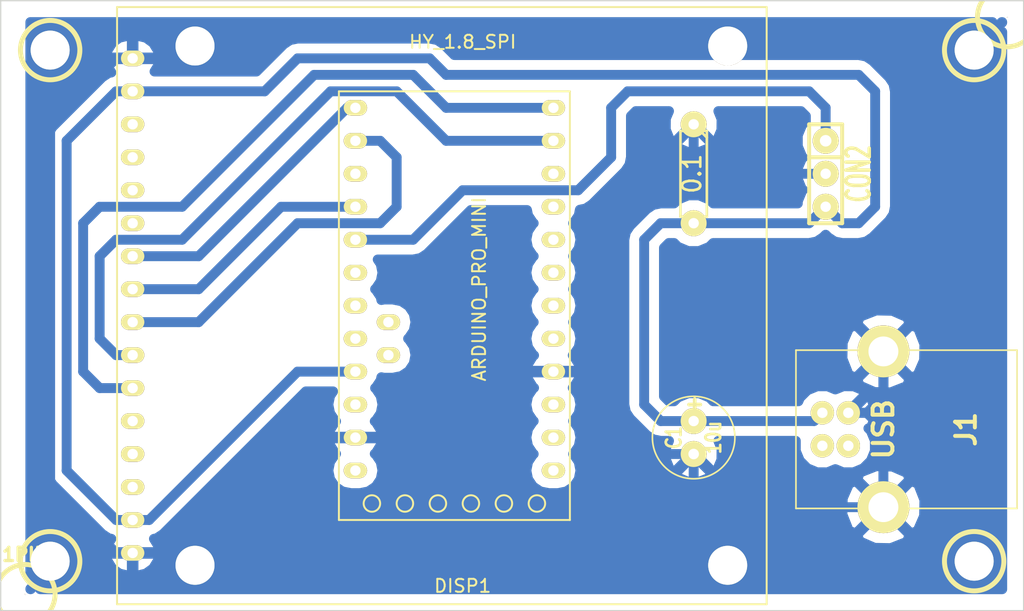
<source format=kicad_pcb>
(kicad_pcb (version 3) (host pcbnew "(2013-07-07 BZR 4022)-stable")

  (general
    (links 31)
    (no_connects 2)
    (area 94.424499 107.188 175.450501 159.258)
    (thickness 1.6)
    (drawings 4)
    (tracks 138)
    (zones 0)
    (modules 12)
    (nets 9)
  )

  (page A3)
  (layers
    (15 F.Cu signal hide)
    (0 B.Cu signal)
    (16 B.Adhes user)
    (17 F.Adhes user)
    (18 B.Paste user)
    (19 F.Paste user)
    (20 B.SilkS user)
    (21 F.SilkS user)
    (22 B.Mask user)
    (23 F.Mask user)
    (24 Dwgs.User user)
    (25 Cmts.User user)
    (26 Eco1.User user)
    (27 Eco2.User user)
    (28 Edge.Cuts user)
  )

  (setup
    (last_trace_width 0.762)
    (user_trace_width 0.254)
    (user_trace_width 0.508)
    (user_trace_width 0.762)
    (trace_clearance 0.254)
    (zone_clearance 0.762)
    (zone_45_only no)
    (trace_min 0.254)
    (segment_width 0.2)
    (edge_width 0.1)
    (via_size 0.889)
    (via_drill 0.635)
    (via_min_size 0.889)
    (via_min_drill 0.508)
    (uvia_size 0.508)
    (uvia_drill 0.127)
    (uvias_allowed no)
    (uvia_min_size 0.508)
    (uvia_min_drill 0.127)
    (pcb_text_width 0.3)
    (pcb_text_size 1.5 1.5)
    (mod_edge_width 0.15)
    (mod_text_size 1 1)
    (mod_text_width 0.15)
    (pad_size 3 3)
    (pad_drill 3)
    (pad_to_mask_clearance 0)
    (aux_axis_origin 95.25 156.845)
    (visible_elements 7FFFFFFF)
    (pcbplotparams
      (layerselection 1)
      (usegerberextensions true)
      (excludeedgelayer false)
      (linewidth 0.150000)
      (plotframeref false)
      (viasonmask false)
      (mode 1)
      (useauxorigin false)
      (hpglpennumber 1)
      (hpglpenspeed 20)
      (hpglpendiameter 15)
      (hpglpenoverlay 2)
      (psnegative false)
      (psa4output false)
      (plotreference true)
      (plotvalue true)
      (plotothertext true)
      (plotinvisibletext false)
      (padsonsilk false)
      (subtractmaskfromsilk false)
      (outputformat 1)
      (mirror false)
      (drillshape 0)
      (scaleselection 1)
      (outputdirectory gerber/))
  )

  (net 0 "")
  (net 1 +5V)
  (net 2 /CS)
  (net 3 /MOSI)
  (net 4 /SCK)
  (net 5 GND)
  (net 6 N-000001)
  (net 7 N-000002)
  (net 8 N-000003)

  (net_class Default "This is the default net class."
    (clearance 0.254)
    (trace_width 0.254)
    (via_dia 0.889)
    (via_drill 0.635)
    (uvia_dia 0.508)
    (uvia_drill 0.127)
    (add_net "")
    (add_net +5V)
    (add_net /CS)
    (add_net /MOSI)
    (add_net /SCK)
    (add_net GND)
    (add_net N-000001)
    (add_net N-000002)
    (add_net N-000003)
  )

  (module HY_1.8_SPI (layer F.Cu) (tedit 532DA8CF) (tstamp 53293F8A)
    (at 105.41 152.4)
    (path /53292DE9)
    (fp_text reference DISP1 (at 25.4 2.54) (layer F.SilkS)
      (effects (font (size 1 1) (thickness 0.15)))
    )
    (fp_text value HY_1.8_SPI (at 25.4 -39.37) (layer F.SilkS)
      (effects (font (size 1 1) (thickness 0.15)))
    )
    (fp_line (start -1.2 -42.05) (end -1.2 3.95) (layer F.SilkS) (width 0.15))
    (fp_line (start -1.2 3.95) (end 48.8 3.95) (layer F.SilkS) (width 0.15))
    (fp_line (start 48.8 3.95) (end 48.8 -42.05) (layer F.SilkS) (width 0.15))
    (fp_line (start 48.8 -42.05) (end -1.2 -42.05) (layer F.SilkS) (width 0.15))
    (pad 1 thru_hole oval (at 0 0) (size 1.8 1.2) (drill 0.8)
      (layers *.Cu *.Mask F.SilkS)
      (net 5 GND)
    )
    (pad 2 thru_hole oval (at 0 -2.54) (size 1.8 1.2) (drill 0.8)
      (layers *.Cu *.Mask F.SilkS)
      (net 1 +5V)
    )
    (pad 3 thru_hole oval (at 0 -5.08) (size 1.8 1.2) (drill 0.8)
      (layers *.Cu *.Mask F.SilkS)
    )
    (pad 4 thru_hole oval (at 0 -7.62) (size 1.8 1.2) (drill 0.8)
      (layers *.Cu *.Mask F.SilkS)
    )
    (pad 5 thru_hole oval (at 0 -10.16) (size 1.8 1.2) (drill 0.8)
      (layers *.Cu *.Mask F.SilkS)
    )
    (pad 6 thru_hole oval (at 0 -12.7) (size 1.8 1.2) (drill 0.8)
      (layers *.Cu *.Mask F.SilkS)
      (net 8 N-000003)
    )
    (pad 7 thru_hole oval (at 0 -15.24) (size 1.8 1.2) (drill 0.8)
      (layers *.Cu *.Mask F.SilkS)
      (net 7 N-000002)
    )
    (pad 8 thru_hole oval (at 0 -17.78) (size 1.8 1.2) (drill 0.8)
      (layers *.Cu *.Mask F.SilkS)
      (net 3 /MOSI)
    )
    (pad 9 thru_hole oval (at 0 -20.32) (size 1.8 1.2) (drill 0.8)
      (layers *.Cu *.Mask F.SilkS)
      (net 4 /SCK)
    )
    (pad 10 thru_hole oval (at 0 -22.86) (size 1.8 1.2) (drill 0.8)
      (layers *.Cu *.Mask F.SilkS)
      (net 2 /CS)
    )
    (pad 11 thru_hole oval (at 0 -25.4) (size 1.8 1.2) (drill 0.8)
      (layers *.Cu *.Mask F.SilkS)
    )
    (pad 12 thru_hole oval (at 0 -27.94) (size 1.8 1.2) (drill 0.8)
      (layers *.Cu *.Mask F.SilkS)
    )
    (pad 13 thru_hole oval (at 0 -30.48) (size 1.8 1.2) (drill 0.8)
      (layers *.Cu *.Mask F.SilkS)
    )
    (pad 14 thru_hole oval (at 0 -33.02) (size 1.8 1.2) (drill 0.8)
      (layers *.Cu *.Mask F.SilkS)
    )
    (pad 15 thru_hole oval (at 0 -35.56) (size 1.8 1.2) (drill 0.8)
      (layers *.Cu *.Mask F.SilkS)
      (net 1 +5V)
    )
    (pad 16 thru_hole oval (at 0 -38.1) (size 1.8 1.2) (drill 0.8)
      (layers *.Cu *.Mask F.SilkS)
      (net 5 GND)
    )
    (pad "" thru_hole circle (at 4.8 -39.05) (size 3 3) (drill 3)
      (layers *.Cu *.Mask F.SilkS)
      (net 5 GND)
      (zone_connect 2)
    )
    (pad "" thru_hole circle (at 45.8 -39.05) (size 3 3) (drill 3)
      (layers *.Cu *.Mask F.SilkS)
      (net 5 GND)
      (zone_connect 2)
    )
    (pad "" thru_hole circle (at 4.8 0.95) (size 3 3) (drill 3)
      (layers *.Cu *.Mask F.SilkS)
      (net 5 GND)
      (zone_connect 2)
    )
    (pad "" thru_hole circle (at 45.8 0.95) (size 3 3) (drill 3)
      (layers *.Cu *.Mask F.SilkS)
      (net 5 GND)
      (zone_connect 2)
    )
  )

  (module USB_B (layer F.Cu) (tedit 532D0D13) (tstamp 532D797D)
    (at 163.195 142.875 90)
    (tags USB)
    (path /532CF0D2)
    (fp_text reference J1 (at 0 6.35 90) (layer F.SilkS)
      (effects (font (size 1.524 1.524) (thickness 0.3048)))
    )
    (fp_text value USB (at 0 0 90) (layer F.SilkS)
      (effects (font (size 1.524 1.524) (thickness 0.3048)))
    )
    (fp_line (start -6.096 10.287) (end 6.096 10.287) (layer F.SilkS) (width 0.127))
    (fp_line (start 6.096 10.287) (end 6.096 -6.731) (layer F.SilkS) (width 0.127))
    (fp_line (start 6.096 -6.731) (end -6.096 -6.731) (layer F.SilkS) (width 0.127))
    (fp_line (start -6.096 -6.731) (end -6.096 10.287) (layer F.SilkS) (width 0.127))
    (pad 1 thru_hole circle (at 1.27 -4.699 90) (size 1.8 1.8) (drill 0.8)
      (layers *.Cu *.Mask F.SilkS)
      (net 1 +5V)
    )
    (pad 2 thru_hole circle (at -1.27 -4.699 90) (size 1.8 1.8) (drill 0.8)
      (layers *.Cu *.Mask F.SilkS)
    )
    (pad 3 thru_hole circle (at -1.27 -2.70002 90) (size 1.8 1.8) (drill 0.8)
      (layers *.Cu *.Mask F.SilkS)
    )
    (pad 4 thru_hole circle (at 1.27 -2.70002 90) (size 1.8 1.8) (drill 0.8)
      (layers *.Cu *.Mask F.SilkS)
      (net 5 GND)
    )
    (pad 5 thru_hole circle (at 5.99948 0 90) (size 4 4) (drill 2.30124)
      (layers *.Cu *.Mask F.SilkS)
      (net 5 GND)
    )
    (pad 6 thru_hole circle (at -5.99948 0 90) (size 4 4) (drill 2.30124)
      (layers *.Cu *.Mask F.SilkS)
      (net 5 GND)
    )
    (model connectors/USB_type_B.wrl
      (at (xyz 0 0 0.001))
      (scale (xyz 0.3937 0.3937 0.3937))
      (rotate (xyz 0 0 0))
    )
  )

  (module ARDUINO_PRO_MINI (layer F.Cu) (tedit 532D076C) (tstamp 532943DF)
    (at 130.175 133.35 90)
    (path /53292522)
    (fp_text reference U1 (at 0 0 90) (layer F.SilkS) hide
      (effects (font (size 1 1) (thickness 0.15)))
    )
    (fp_text value ARDUINO_PRO_MINI (at 1.27 1.905 90) (layer F.SilkS)
      (effects (font (size 1 1) (thickness 0.15)))
    )
    (fp_circle (center -15.24 6.35) (end -15.24 6.985) (layer F.SilkS) (width 0.15))
    (fp_circle (center -15.24 3.81) (end -15.24 4.445) (layer F.SilkS) (width 0.15))
    (fp_circle (center -15.24 1.27) (end -15.24 1.905) (layer F.SilkS) (width 0.15))
    (fp_circle (center -15.24 -1.27) (end -15.24 -0.635) (layer F.SilkS) (width 0.15))
    (fp_circle (center -15.24 -3.81) (end -15.24 -3.175) (layer F.SilkS) (width 0.15))
    (fp_circle (center -15.24 -6.35) (end -15.24 -5.715) (layer F.SilkS) (width 0.15))
    (fp_line (start -16.51 -8.89) (end -16.51 8.89) (layer F.SilkS) (width 0.15))
    (fp_line (start -16.51 8.89) (end 16.51 8.89) (layer F.SilkS) (width 0.15))
    (fp_line (start 16.51 8.89) (end 16.51 -8.89) (layer F.SilkS) (width 0.15))
    (fp_line (start 16.51 -8.89) (end -16.51 -8.89) (layer F.SilkS) (width 0.15))
    (pad 1 thru_hole oval (at -12.7 7.62 90) (size 1.2 1.8) (drill 0.8)
      (layers *.Cu *.Mask F.SilkS)
    )
    (pad 2 thru_hole oval (at -10.16 7.62 90) (size 1.2 1.8) (drill 0.8)
      (layers *.Cu *.Mask F.SilkS)
    )
    (pad 3 thru_hole oval (at -7.62 7.62 90) (size 1.2 1.8) (drill 0.8)
      (layers *.Cu *.Mask F.SilkS)
    )
    (pad 4 thru_hole oval (at -5.08 7.62 90) (size 1.2 1.8) (drill 0.8)
      (layers *.Cu *.Mask F.SilkS)
      (net 5 GND)
    )
    (pad 5 thru_hole oval (at -2.54 7.62 90) (size 1.2 1.8) (drill 0.8)
      (layers *.Cu *.Mask F.SilkS)
    )
    (pad 6 thru_hole oval (at 0 7.62 90) (size 1.2 1.8) (drill 0.8)
      (layers *.Cu *.Mask F.SilkS)
    )
    (pad 7 thru_hole oval (at 2.54 7.62 90) (size 1.2 1.8) (drill 0.8)
      (layers *.Cu *.Mask F.SilkS)
    )
    (pad 8 thru_hole oval (at 5.08 7.62 90) (size 1.2 1.8) (drill 0.8)
      (layers *.Cu *.Mask F.SilkS)
    )
    (pad 9 thru_hole oval (at 7.62 7.62 90) (size 1.2 1.8) (drill 0.8)
      (layers *.Cu *.Mask F.SilkS)
    )
    (pad 10 thru_hole oval (at 10.16 7.62 90) (size 1.2 1.8) (drill 0.8)
      (layers *.Cu *.Mask F.SilkS)
    )
    (pad 11 thru_hole oval (at 12.7 7.62 90) (size 1.2 1.8) (drill 0.8)
      (layers *.Cu *.Mask F.SilkS)
      (net 7 N-000002)
    )
    (pad 12 thru_hole oval (at 15.24 7.62 90) (size 1.2 1.8) (drill 0.8)
      (layers *.Cu *.Mask F.SilkS)
      (net 8 N-000003)
    )
    (pad 13 thru_hole oval (at 15.24 -7.62 90) (size 1.2 1.8) (drill 0.8)
      (layers *.Cu *.Mask F.SilkS)
      (net 2 /CS)
    )
    (pad 14 thru_hole oval (at 12.7 -7.62 90) (size 1.2 1.8) (drill 0.8)
      (layers *.Cu *.Mask F.SilkS)
      (net 3 /MOSI)
    )
    (pad 15 thru_hole oval (at 10.16 -7.62 90) (size 1.2 1.8) (drill 0.8)
      (layers *.Cu *.Mask F.SilkS)
    )
    (pad 16 thru_hole oval (at 7.62 -7.62 90) (size 1.2 1.8) (drill 0.8)
      (layers *.Cu *.Mask F.SilkS)
      (net 4 /SCK)
    )
    (pad 17 thru_hole oval (at 5.08 -7.62 90) (size 1.2 1.8) (drill 0.8)
      (layers *.Cu *.Mask F.SilkS)
      (net 6 N-000001)
    )
    (pad 18 thru_hole oval (at 2.54 -7.62 90) (size 1.2 1.8) (drill 0.8)
      (layers *.Cu *.Mask F.SilkS)
    )
    (pad 19 thru_hole oval (at 0 -7.62 90) (size 1.2 1.8) (drill 0.8)
      (layers *.Cu *.Mask F.SilkS)
    )
    (pad 20 thru_hole oval (at -2.54 -7.62 90) (size 1.2 1.8) (drill 0.8)
      (layers *.Cu *.Mask F.SilkS)
    )
    (pad 21 thru_hole oval (at -5.08 -7.62 90) (size 1.2 1.8) (drill 0.8)
      (layers *.Cu *.Mask F.SilkS)
      (net 1 +5V)
    )
    (pad 22 thru_hole oval (at -7.62 -7.62 90) (size 1.2 1.8) (drill 0.8)
      (layers *.Cu *.Mask F.SilkS)
    )
    (pad 23 thru_hole oval (at -10.16 -7.62 90) (size 1.2 1.8) (drill 0.8)
      (layers *.Cu *.Mask F.SilkS)
      (net 5 GND)
    )
    (pad 24 thru_hole oval (at -12.7 -7.62 90) (size 1.2 1.8) (drill 0.8)
      (layers *.Cu *.Mask F.SilkS)
    )
    (pad 25 thru_hole oval (at -1.27 -5.08 90) (size 1.2 1.8) (drill 0.8)
      (layers *.Cu *.Mask F.SilkS)
    )
    (pad 26 thru_hole oval (at -3.81 -5.08 90) (size 1.2 1.8) (drill 0.8)
      (layers *.Cu *.Mask F.SilkS)
    )
  )

  (module C1V7 (layer F.Cu) (tedit 532D08A0) (tstamp 532C2403)
    (at 148.59 143.51 270)
    (path /532BC1E8)
    (fp_text reference C1 (at 0 1.524 270) (layer F.SilkS)
      (effects (font (size 1.143 0.889) (thickness 0.2032)))
    )
    (fp_text value 10u (at 0 -1.524 270) (layer F.SilkS)
      (effects (font (size 1.143 0.889) (thickness 0.2032)))
    )
    (fp_text user + (at -2.54 0 270) (layer F.SilkS)
      (effects (font (size 1.143 1.143) (thickness 0.3048)))
    )
    (fp_circle (center 0 0) (end 3.175 0) (layer F.SilkS) (width 0.127))
    (pad 1 thru_hole circle (at -1.27 0 270) (size 2 2) (drill 0.8)
      (layers *.Cu *.Mask F.SilkS)
      (net 1 +5V)
    )
    (pad 2 thru_hole circle (at 1.27 0 270) (size 2 2) (drill 0.8128)
      (layers *.Cu *.Mask F.SilkS)
      (net 5 GND)
    )
    (model discret/c_vert_c1v7.wrl
      (at (xyz 0 0 0))
      (scale (xyz 1 1 1))
      (rotate (xyz 0 0 0))
    )
  )

  (module SIL-3 (layer F.Cu) (tedit 532D085F) (tstamp 532C240F)
    (at 158.75 123.19 270)
    (descr "Connecteur 3 pins")
    (tags "CONN DEV")
    (path /532BC03F)
    (fp_text reference CON2 (at 0 -2.54 270) (layer F.SilkS)
      (effects (font (size 1.7907 1.07696) (thickness 0.3048)))
    )
    (fp_text value GP2Y0A21 (at 0 -2.54 270) (layer F.SilkS) hide
      (effects (font (size 1.524 1.016) (thickness 0.3048)))
    )
    (fp_line (start -3.81 1.27) (end -3.81 -1.27) (layer F.SilkS) (width 0.3048))
    (fp_line (start -3.81 -1.27) (end 3.81 -1.27) (layer F.SilkS) (width 0.3048))
    (fp_line (start 3.81 -1.27) (end 3.81 1.27) (layer F.SilkS) (width 0.3048))
    (fp_line (start 3.81 1.27) (end -3.81 1.27) (layer F.SilkS) (width 0.3048))
    (fp_line (start -1.27 -1.27) (end -1.27 1.27) (layer F.SilkS) (width 0.3048))
    (pad 1 thru_hole circle (at -2.54 0 270) (size 2 2) (drill 0.89)
      (layers *.Cu *.Mask F.SilkS)
      (net 6 N-000001)
    )
    (pad 2 thru_hole circle (at 0 0 270) (size 2 2) (drill 0.8)
      (layers *.Cu *.Mask F.SilkS)
      (net 5 GND)
    )
    (pad 3 thru_hole circle (at 2.54 0 270) (size 2 2) (drill 0.8)
      (layers *.Cu *.Mask F.SilkS)
      (net 1 +5V)
    )
  )

  (module R3 (layer F.Cu) (tedit 532D0872) (tstamp 532CFBE0)
    (at 148.59 123.19 270)
    (descr "Resitance 3 pas")
    (tags R)
    (path /532CF56B)
    (autoplace_cost180 10)
    (fp_text reference C2 (at 0 0.127 270) (layer F.SilkS) hide
      (effects (font (size 1.397 1.27) (thickness 0.2032)))
    )
    (fp_text value 0.1 (at 0 0.127 270) (layer F.SilkS)
      (effects (font (size 1.397 1.27) (thickness 0.2032)))
    )
    (fp_line (start -3.81 0) (end -3.302 0) (layer F.SilkS) (width 0.2032))
    (fp_line (start 3.81 0) (end 3.302 0) (layer F.SilkS) (width 0.2032))
    (fp_line (start 3.302 0) (end 3.302 -1.016) (layer F.SilkS) (width 0.2032))
    (fp_line (start 3.302 -1.016) (end -3.302 -1.016) (layer F.SilkS) (width 0.2032))
    (fp_line (start -3.302 -1.016) (end -3.302 1.016) (layer F.SilkS) (width 0.2032))
    (fp_line (start -3.302 1.016) (end 3.302 1.016) (layer F.SilkS) (width 0.2032))
    (fp_line (start 3.302 1.016) (end 3.302 0) (layer F.SilkS) (width 0.2032))
    (fp_line (start -3.302 -0.508) (end -2.794 -1.016) (layer F.SilkS) (width 0.2032))
    (pad 1 thru_hole circle (at -3.81 0 270) (size 2 2) (drill 0.8)
      (layers *.Cu *.Mask F.SilkS)
      (net 5 GND)
    )
    (pad 2 thru_hole circle (at 3.81 0 270) (size 2 2) (drill 0.8)
      (layers *.Cu *.Mask F.SilkS)
      (net 1 +5V)
    )
    (model discret/resistor.wrl
      (at (xyz 0 0 0))
      (scale (xyz 0.3 0.3 0.3))
      (rotate (xyz 0 0 0))
    )
  )

  (module 1pin (layer F.Cu) (tedit 532DA8A0) (tstamp 532D544A)
    (at 170.18 153.035)
    (descr "module 1 pin (ou trou mecanique de percage)")
    (tags DEV)
    (path 1pin)
    (fp_text reference 1PIN (at 0 -3.048) (layer F.SilkS) hide
      (effects (font (size 1.016 1.016) (thickness 0.254)))
    )
    (fp_text value P*** (at 0 2.794) (layer F.SilkS) hide
      (effects (font (size 1.016 1.016) (thickness 0.254)))
    )
    (fp_circle (center 0 0) (end 0 -2.286) (layer F.SilkS) (width 0.381))
    (pad 1 thru_hole circle (at 0 0) (size 3 3) (drill 3)
      (layers *.Cu *.Mask F.SilkS)
      (net 5 GND)
      (zone_connect 2)
    )
  )

  (module 1pin (layer F.Cu) (tedit 532DA8AE) (tstamp 532D5456)
    (at 99.06 153.035)
    (descr "module 1 pin (ou trou mecanique de percage)")
    (tags DEV)
    (path 1pin)
    (fp_text reference 1PIN (at 0 -3.048) (layer F.SilkS) hide
      (effects (font (size 1.016 1.016) (thickness 0.254)))
    )
    (fp_text value P*** (at 0 2.794) (layer F.SilkS) hide
      (effects (font (size 1.016 1.016) (thickness 0.254)))
    )
    (fp_circle (center 0 0) (end 0 -2.286) (layer F.SilkS) (width 0.381))
    (pad 1 thru_hole circle (at 0 0) (size 3 3) (drill 3)
      (layers *.Cu *.Mask F.SilkS)
      (net 5 GND)
      (zone_connect 2)
    )
  )

  (module 1pin (layer F.Cu) (tedit 532DA8C3) (tstamp 532D5461)
    (at 99.06 113.665)
    (descr "module 1 pin (ou trou mecanique de percage)")
    (tags DEV)
    (path 1pin)
    (fp_text reference 1PIN (at 0 -3.048) (layer F.SilkS) hide
      (effects (font (size 1.016 1.016) (thickness 0.254)))
    )
    (fp_text value P*** (at 0 2.794) (layer F.SilkS) hide
      (effects (font (size 1.016 1.016) (thickness 0.254)))
    )
    (fp_circle (center 0 0) (end 0 -2.286) (layer F.SilkS) (width 0.381))
    (pad 1 thru_hole circle (at 0 0) (size 3 3) (drill 3)
      (layers *.Cu *.Mask F.SilkS)
      (net 5 GND)
      (zone_connect 2)
    )
  )

  (module 1pin (layer F.Cu) (tedit 532DA8D7) (tstamp 532D546C)
    (at 170.18 113.665)
    (descr "module 1 pin (ou trou mecanique de percage)")
    (tags DEV)
    (path 1pin)
    (fp_text reference 1PIN (at 0 -3.048) (layer F.SilkS) hide
      (effects (font (size 1.016 1.016) (thickness 0.254)))
    )
    (fp_text value P*** (at 0 2.794) (layer F.SilkS) hide
      (effects (font (size 1.016 1.016) (thickness 0.254)))
    )
    (fp_circle (center 0 0) (end 0 -2.286) (layer F.SilkS) (width 0.381))
    (pad 1 thru_hole circle (at 0 0) (size 3 3) (drill 3)
      (layers *.Cu *.Mask F.SilkS)
      (net 5 GND)
      (zone_connect 2)
    )
  )

  (module 1pin (layer F.Cu) (tedit 532DA174) (tstamp 532DB2CA)
    (at 97.155 155.575)
    (descr "module 1 pin (ou trou mecanique de percage)")
    (tags DEV)
    (path 1pin)
    (fp_text reference 1PIN (at 0 -3.048) (layer F.SilkS)
      (effects (font (size 1.016 1.016) (thickness 0.254)))
    )
    (fp_text value P*** (at 0 2.794) (layer F.SilkS) hide
      (effects (font (size 1.016 1.016) (thickness 0.254)))
    )
    (fp_circle (center 0 0) (end 0 -2.286) (layer F.SilkS) (width 0.381))
    (pad "" thru_hole circle (at 0 0) (size 0.1 0.1) (drill 0.1)
      (layers *.Cu *.Mask F.SilkS)
      (net 5 GND)
    )
  )

  (module 1pin (layer F.Cu) (tedit 532DA183) (tstamp 532DB2E6)
    (at 172.72 111.125)
    (descr "module 1 pin (ou trou mecanique de percage)")
    (tags DEV)
    (path 1pin)
    (fp_text reference 1PIN (at 0 -3.048) (layer F.SilkS)
      (effects (font (size 1.016 1.016) (thickness 0.254)))
    )
    (fp_text value P*** (at 0 2.794) (layer F.SilkS) hide
      (effects (font (size 1.016 1.016) (thickness 0.254)))
    )
    (fp_circle (center 0 0) (end 0 -2.286) (layer F.SilkS) (width 0.381))
    (pad "" thru_hole circle (at 0 0) (size 0.1 0.1) (drill 0.1)
      (layers *.Cu *.Mask F.SilkS)
      (net 5 GND)
    )
  )

  (gr_line (start 173.99 109.855) (end 95.25 109.855) (angle 90) (layer Edge.Cuts) (width 0.1))
  (gr_line (start 173.99 156.845) (end 173.99 109.855) (angle 90) (layer Edge.Cuts) (width 0.1))
  (gr_line (start 95.25 156.845) (end 173.99 156.845) (angle 90) (layer Edge.Cuts) (width 0.1))
  (gr_line (start 95.25 109.855) (end 95.25 156.845) (angle 90) (layer Edge.Cuts) (width 0.1))

  (segment (start 118.11 114.3) (end 128.27 114.3) (width 0.762) (layer B.Cu) (net 1))
  (segment (start 104.14 116.84) (end 100.33 120.65) (width 0.762) (layer B.Cu) (net 1))
  (segment (start 105.41 149.86) (end 104.14 149.86) (width 0.762) (layer B.Cu) (net 1))
  (segment (start 100.33 146.05) (end 100.33 120.65) (width 0.762) (layer B.Cu) (net 1) (tstamp 532D5374))
  (segment (start 104.14 149.86) (end 100.33 146.05) (width 0.762) (layer B.Cu) (net 1) (tstamp 532D5371))
  (segment (start 105.41 149.86) (end 106.68 149.86) (width 0.762) (layer B.Cu) (net 1))
  (segment (start 118.11 138.43) (end 122.555 138.43) (width 0.762) (layer B.Cu) (net 1) (tstamp 532D0C39))
  (segment (start 106.68 149.86) (end 118.11 138.43) (width 0.762) (layer B.Cu) (net 1) (tstamp 532D0C38))
  (segment (start 158.75 125.73) (end 160.02 127) (width 0.762) (layer B.Cu) (net 1))
  (segment (start 160.02 127) (end 161.29 127) (width 0.762) (layer B.Cu) (net 1) (tstamp 532D0C09))
  (segment (start 161.29 127) (end 162.56 125.73) (width 0.762) (layer B.Cu) (net 1) (tstamp 532D0C0A))
  (segment (start 162.56 125.73) (end 162.56 116.84) (width 0.762) (layer B.Cu) (net 1) (tstamp 532D0C0B))
  (segment (start 162.56 116.84) (end 161.29 115.57) (width 0.762) (layer B.Cu) (net 1) (tstamp 532D0C0C))
  (segment (start 161.29 115.57) (end 129.54 115.57) (width 0.762) (layer B.Cu) (net 1) (tstamp 532D0C11))
  (segment (start 129.54 115.57) (end 128.27 114.3) (width 0.762) (layer B.Cu) (net 1) (tstamp 532D0C18))
  (segment (start 115.57 116.84) (end 105.41 116.84) (width 0.762) (layer B.Cu) (net 1) (tstamp 532D0C1F))
  (segment (start 118.11 114.3) (end 115.57 116.84) (width 0.762) (layer B.Cu) (net 1) (tstamp 532D5429))
  (segment (start 148.59 142.24) (end 146.05 142.24) (width 0.762) (layer B.Cu) (net 1))
  (segment (start 146.05 127) (end 148.59 127) (width 0.762) (layer B.Cu) (net 1) (tstamp 532D0AAB))
  (segment (start 144.78 140.97) (end 144.78 128.27) (width 0.762) (layer B.Cu) (net 1) (tstamp 532D0AA8))
  (segment (start 144.78 128.27) (end 146.05 127) (width 0.762) (layer B.Cu) (net 1) (tstamp 532D0AAA))
  (segment (start 146.05 142.24) (end 144.78 140.97) (width 0.762) (layer B.Cu) (net 1) (tstamp 532D0AA1))
  (segment (start 148.59 142.24) (end 157.861 142.24) (width 0.762) (layer B.Cu) (net 1))
  (segment (start 157.861 142.24) (end 158.496 141.605) (width 0.762) (layer B.Cu) (net 1) (tstamp 532D0A92))
  (segment (start 148.59 127) (end 157.48 127) (width 0.762) (layer B.Cu) (net 1))
  (segment (start 157.48 127) (end 158.75 125.73) (width 0.762) (layer B.Cu) (net 1) (tstamp 532D0A76))
  (segment (start 104.14 116.84) (end 105.41 116.84) (width 0.762) (layer B.Cu) (net 1) (tstamp 532D5380))
  (segment (start 105.41 129.54) (end 110.49 129.54) (width 0.762) (layer B.Cu) (net 2))
  (segment (start 122.555 118.11) (end 121.92 118.11) (width 0.762) (layer B.Cu) (net 2))
  (segment (start 121.92 118.11) (end 110.49 129.54) (width 0.762) (layer B.Cu) (net 2) (tstamp 532DB329))
  (segment (start 121.92 118.11) (end 110.49 129.54) (width 0.508) (layer B.Cu) (net 2) (tstamp 532D0953))
  (segment (start 122.555 120.65) (end 124.46 120.65) (width 0.762) (layer B.Cu) (net 3))
  (segment (start 124.46 120.65) (end 125.73 121.92) (width 0.762) (layer B.Cu) (net 3) (tstamp 532DB30C))
  (segment (start 125.73 121.92) (end 125.73 125.73) (width 0.762) (layer B.Cu) (net 3) (tstamp 532DB30D))
  (segment (start 125.73 125.73) (end 124.46 127) (width 0.762) (layer B.Cu) (net 3) (tstamp 532DB30E))
  (segment (start 124.46 127) (end 118.11 127) (width 0.762) (layer B.Cu) (net 3) (tstamp 532DB30F))
  (segment (start 118.11 127) (end 110.49 134.62) (width 0.762) (layer B.Cu) (net 3) (tstamp 532DB310))
  (segment (start 110.49 134.62) (end 105.41 134.62) (width 0.762) (layer B.Cu) (net 3) (tstamp 532DB311))
  (segment (start 110.49 134.62) (end 105.41 134.62) (width 0.508) (layer B.Cu) (net 3) (tstamp 532D094F))
  (segment (start 118.11 127) (end 110.49 134.62) (width 0.508) (layer B.Cu) (net 3) (tstamp 532D094E))
  (segment (start 124.46 127) (end 118.11 127) (width 0.508) (layer B.Cu) (net 3) (tstamp 532D094D))
  (segment (start 125.73 125.73) (end 124.46 127) (width 0.508) (layer B.Cu) (net 3) (tstamp 532D094C))
  (segment (start 125.73 121.92) (end 125.73 125.73) (width 0.508) (layer B.Cu) (net 3) (tstamp 532D094B))
  (segment (start 124.46 120.65) (end 125.73 121.92) (width 0.508) (layer B.Cu) (net 3) (tstamp 532D094A))
  (segment (start 122.555 125.73) (end 116.84 125.73) (width 0.762) (layer B.Cu) (net 4))
  (segment (start 116.84 125.73) (end 110.49 132.08) (width 0.762) (layer B.Cu) (net 4) (tstamp 532DB32E))
  (segment (start 110.49 132.08) (end 105.41 132.08) (width 0.762) (layer B.Cu) (net 4) (tstamp 532DB32F))
  (segment (start 110.49 132.08) (end 105.41 132.08) (width 0.508) (layer B.Cu) (net 4) (tstamp 532D092F))
  (segment (start 116.84 125.73) (end 110.49 132.08) (width 0.508) (layer B.Cu) (net 4) (tstamp 532D092D))
  (segment (start 105.41 114.3) (end 104.14 114.3) (width 0.762) (layer B.Cu) (net 5))
  (segment (start 104.14 152.4) (end 105.41 152.4) (width 0.762) (layer B.Cu) (net 5) (tstamp 532D538B))
  (segment (start 99.06 147.32) (end 104.14 152.4) (width 0.762) (layer B.Cu) (net 5) (tstamp 532D5389))
  (segment (start 99.06 119.38) (end 99.06 147.32) (width 0.762) (layer B.Cu) (net 5) (tstamp 532D5387))
  (segment (start 104.14 114.3) (end 99.06 119.38) (width 0.762) (layer B.Cu) (net 5) (tstamp 532D5386))
  (segment (start 163.195 148.87448) (end 150.14448 148.87448) (width 0.762) (layer B.Cu) (net 5))
  (segment (start 148.59 147.32) (end 148.59 144.78) (width 0.762) (layer B.Cu) (net 5) (tstamp 532D0C74))
  (segment (start 150.14448 148.87448) (end 148.59 147.32) (width 0.762) (layer B.Cu) (net 5) (tstamp 532D0C70))
  (segment (start 161.925 141.605) (end 160.49498 141.605) (width 0.762) (layer B.Cu) (net 5) (tstamp 532D0C60))
  (segment (start 163.195 143.51) (end 163.195 136.87552) (width 0.762) (layer B.Cu) (net 5))
  (segment (start 163.195 148.87448) (end 163.195 143.51) (width 0.762) (layer B.Cu) (net 5))
  (segment (start 163.195 143.51) (end 163.195 142.875) (width 0.762) (layer B.Cu) (net 5) (tstamp 532D0C63))
  (segment (start 163.195 142.875) (end 161.925 141.605) (width 0.762) (layer B.Cu) (net 5) (tstamp 532D0C5D))
  (segment (start 160.49498 141.605) (end 161.925 141.605) (width 0.762) (layer B.Cu) (net 5))
  (segment (start 163.195 140.335) (end 163.195 136.87552) (width 0.762) (layer B.Cu) (net 5) (tstamp 532D0C4B))
  (segment (start 161.925 141.605) (end 163.195 140.335) (width 0.762) (layer B.Cu) (net 5) (tstamp 532D0C44))
  (segment (start 105.41 152.4) (end 107.95 152.4) (width 0.762) (layer B.Cu) (net 5))
  (segment (start 116.84 143.51) (end 122.555 143.51) (width 0.762) (layer B.Cu) (net 5) (tstamp 532D0C3D))
  (segment (start 107.95 152.4) (end 116.84 143.51) (width 0.762) (layer B.Cu) (net 5) (tstamp 532D0C3C))
  (segment (start 140.97 138.43) (end 142.24 139.7) (width 0.762) (layer B.Cu) (net 5))
  (segment (start 142.24 139.7) (end 142.24 140.97) (width 0.762) (layer B.Cu) (net 5) (tstamp 532D0BED))
  (segment (start 140.97 138.43) (end 142.24 137.16) (width 0.762) (layer B.Cu) (net 5))
  (segment (start 137.795 138.43) (end 140.97 138.43) (width 0.762) (layer B.Cu) (net 5))
  (segment (start 140.97 138.43) (end 142.24 138.43) (width 0.762) (layer B.Cu) (net 5) (tstamp 532D0BE7))
  (segment (start 144.78 123.19) (end 143.51 123.19) (width 0.762) (layer B.Cu) (net 5))
  (segment (start 142.24 124.46) (end 142.24 125.73) (width 0.762) (layer B.Cu) (net 5) (tstamp 532D0BE0))
  (segment (start 143.51 123.19) (end 142.24 124.46) (width 0.762) (layer B.Cu) (net 5) (tstamp 532D0BDF))
  (segment (start 148.59 121.92) (end 147.32 123.19) (width 0.762) (layer B.Cu) (net 5))
  (segment (start 142.24 125.73) (end 142.24 137.16) (width 0.762) (layer B.Cu) (net 5) (tstamp 532D0BD4))
  (segment (start 147.32 123.19) (end 144.78 123.19) (width 0.762) (layer B.Cu) (net 5) (tstamp 532D0BD0))
  (segment (start 142.24 137.16) (end 142.24 138.43) (width 0.762) (layer B.Cu) (net 5) (tstamp 532D0BEB))
  (segment (start 143.51 144.78) (end 148.59 144.78) (width 0.762) (layer B.Cu) (net 5) (tstamp 532D0BDC))
  (segment (start 142.24 143.51) (end 143.51 144.78) (width 0.762) (layer B.Cu) (net 5) (tstamp 532D0BDA))
  (segment (start 142.24 140.97) (end 142.24 143.51) (width 0.762) (layer B.Cu) (net 5) (tstamp 532D0BF0))
  (segment (start 142.24 138.43) (end 142.24 140.97) (width 0.762) (layer B.Cu) (net 5) (tstamp 532D0BE5))
  (segment (start 158.75 123.19) (end 149.86 123.19) (width 0.762) (layer B.Cu) (net 5))
  (segment (start 148.59 121.92) (end 148.59 119.38) (width 0.762) (layer B.Cu) (net 5) (tstamp 532D0BB3))
  (segment (start 149.86 123.19) (end 148.59 121.92) (width 0.762) (layer B.Cu) (net 5) (tstamp 532D0BB1))
  (segment (start 122.555 143.51) (end 127 143.51) (width 0.762) (layer B.Cu) (net 5))
  (segment (start 132.08 138.43) (end 137.795 138.43) (width 0.762) (layer B.Cu) (net 5) (tstamp 532D0A1C))
  (segment (start 127 143.51) (end 132.08 138.43) (width 0.762) (layer B.Cu) (net 5) (tstamp 532D0A18))
  (segment (start 122.555 128.27) (end 127 128.27) (width 0.762) (layer B.Cu) (net 6))
  (segment (start 127 128.27) (end 130.81 124.46) (width 0.762) (layer B.Cu) (net 6) (tstamp 532DB31E))
  (segment (start 130.81 124.46) (end 139.7 124.46) (width 0.762) (layer B.Cu) (net 6) (tstamp 532DB31F))
  (segment (start 139.7 124.46) (end 142.24 121.92) (width 0.762) (layer B.Cu) (net 6) (tstamp 532DB320))
  (segment (start 142.24 121.92) (end 142.24 118.11) (width 0.762) (layer B.Cu) (net 6) (tstamp 532DB321))
  (segment (start 142.24 118.11) (end 143.51 116.84) (width 0.762) (layer B.Cu) (net 6) (tstamp 532DB322))
  (segment (start 143.51 116.84) (end 157.48 116.84) (width 0.762) (layer B.Cu) (net 6) (tstamp 532DB323))
  (segment (start 157.48 116.84) (end 158.75 118.11) (width 0.762) (layer B.Cu) (net 6) (tstamp 532DB324))
  (segment (start 158.75 118.11) (end 158.75 120.65) (width 0.762) (layer B.Cu) (net 6) (tstamp 532DB325))
  (segment (start 139.7 124.46) (end 142.24 121.92) (width 0.508) (layer B.Cu) (net 6))
  (segment (start 158.75 120.65) (end 158.75 118.11) (width 0.508) (layer B.Cu) (net 6))
  (segment (start 158.75 118.11) (end 157.48 116.84) (width 0.508) (layer B.Cu) (net 6) (tstamp 532D0B96))
  (segment (start 127 128.27) (end 130.81 124.46) (width 0.508) (layer B.Cu) (net 6) (tstamp 532D097E))
  (segment (start 130.81 124.46) (end 139.7 124.46) (width 0.508) (layer B.Cu) (net 6) (tstamp 532D0980))
  (segment (start 137.795 120.65) (end 129.54 120.65) (width 0.762) (layer B.Cu) (net 7))
  (segment (start 129.54 120.65) (end 125.73 116.84) (width 0.762) (layer B.Cu) (net 7) (tstamp 532DB302))
  (segment (start 125.73 116.84) (end 120.65 116.84) (width 0.762) (layer B.Cu) (net 7) (tstamp 532DB303))
  (segment (start 120.65 116.84) (end 109.22 128.27) (width 0.762) (layer B.Cu) (net 7) (tstamp 532DB304))
  (segment (start 109.22 128.27) (end 104.14 128.27) (width 0.762) (layer B.Cu) (net 7) (tstamp 532DB305))
  (segment (start 104.14 128.27) (end 102.87 129.54) (width 0.762) (layer B.Cu) (net 7) (tstamp 532DB306))
  (segment (start 102.87 129.54) (end 102.87 135.89) (width 0.762) (layer B.Cu) (net 7) (tstamp 532DB307))
  (segment (start 102.87 135.89) (end 104.14 137.16) (width 0.762) (layer B.Cu) (net 7) (tstamp 532DB308))
  (segment (start 104.14 137.16) (end 105.41 137.16) (width 0.762) (layer B.Cu) (net 7) (tstamp 532DB309))
  (segment (start 120.65 116.84) (end 125.73 116.84) (width 0.508) (layer B.Cu) (net 7))
  (segment (start 129.54 120.65) (end 125.73 116.84) (width 0.508) (layer B.Cu) (net 7) (tstamp 532D0965))
  (segment (start 104.14 137.16) (end 105.41 137.16) (width 0.508) (layer B.Cu) (net 7) (tstamp 532D0970))
  (segment (start 102.87 135.89) (end 104.14 137.16) (width 0.508) (layer B.Cu) (net 7) (tstamp 532D096F))
  (segment (start 102.87 129.54) (end 102.87 135.89) (width 0.508) (layer B.Cu) (net 7) (tstamp 532D096E))
  (segment (start 104.14 128.27) (end 102.87 129.54) (width 0.508) (layer B.Cu) (net 7) (tstamp 532D096D))
  (segment (start 109.22 128.27) (end 104.14 128.27) (width 0.508) (layer B.Cu) (net 7) (tstamp 532D096B))
  (segment (start 120.65 116.84) (end 109.22 128.27) (width 0.508) (layer B.Cu) (net 7) (tstamp 532D541C))
  (segment (start 105.41 139.7) (end 102.87 139.7) (width 0.762) (layer B.Cu) (net 8))
  (segment (start 102.87 139.7) (end 101.6 138.43) (width 0.762) (layer B.Cu) (net 8) (tstamp 532DB314))
  (segment (start 101.6 138.43) (end 101.6 127) (width 0.762) (layer B.Cu) (net 8) (tstamp 532DB315))
  (segment (start 101.6 127) (end 102.87 125.73) (width 0.762) (layer B.Cu) (net 8) (tstamp 532DB316))
  (segment (start 102.87 125.73) (end 109.22 125.73) (width 0.762) (layer B.Cu) (net 8) (tstamp 532DB317))
  (segment (start 109.22 125.73) (end 119.38 115.57) (width 0.762) (layer B.Cu) (net 8) (tstamp 532DB318))
  (segment (start 119.38 115.57) (end 127 115.57) (width 0.762) (layer B.Cu) (net 8) (tstamp 532DB319))
  (segment (start 127 115.57) (end 129.54 118.11) (width 0.762) (layer B.Cu) (net 8) (tstamp 532DB31A))
  (segment (start 129.54 118.11) (end 137.795 118.11) (width 0.762) (layer B.Cu) (net 8) (tstamp 532DB31B))
  (segment (start 119.38 115.57) (end 127 115.57) (width 0.508) (layer B.Cu) (net 8))
  (segment (start 137.795 118.11) (end 129.54 118.11) (width 0.508) (layer B.Cu) (net 8))
  (segment (start 129.54 118.11) (end 127 115.57) (width 0.508) (layer B.Cu) (net 8) (tstamp 532D0973))
  (segment (start 101.6 138.43) (end 102.87 139.7) (width 0.508) (layer B.Cu) (net 8) (tstamp 532D097A))
  (segment (start 101.6 127) (end 101.6 138.43) (width 0.508) (layer B.Cu) (net 8) (tstamp 532D0979))
  (segment (start 102.87 125.73) (end 101.6 127) (width 0.508) (layer B.Cu) (net 8) (tstamp 532D0978))
  (segment (start 109.22 125.73) (end 102.87 125.73) (width 0.508) (layer B.Cu) (net 8) (tstamp 532D0976))
  (segment (start 119.38 115.57) (end 109.22 125.73) (width 0.508) (layer B.Cu) (net 8) (tstamp 532D5422))

  (zone (net 5) (net_name GND) (layer B.Cu) (tstamp 532DB42F) (hatch edge 0.508)
    (connect_pads thru_hole_only (clearance 0.762))
    (min_thickness 0.762)
    (fill (mode segment) (arc_segments 16) (thermal_gap 0.762) (thermal_bridge_width 0.889))
    (polygon
      (pts
        (xy 172.72 155.575) (xy 97.155 155.575) (xy 97.155 111.125) (xy 172.72 111.125)
      )
    )
    (filled_polygon
      (pts
        (xy 158.853945 123.204142) (xy 158.764142 123.293945) (xy 158.75 123.279803) (xy 158.735857 123.293944) (xy 158.646054 123.204141)
        (xy 158.660197 123.19) (xy 158.646055 123.175858) (xy 158.735858 123.086055) (xy 158.75 123.100197) (xy 158.764141 123.086054)
        (xy 158.853944 123.175857) (xy 158.839803 123.19) (xy 158.853945 123.204142)
      )
    )
    (filled_polygon
      (pts
        (xy 172.339 155.194) (xy 166.349566 155.194) (xy 166.349566 148.310554) (xy 166.349566 136.311594) (xy 165.893633 135.14732)
        (xy 165.824371 135.043661) (xy 165.303334 134.856989) (xy 165.213531 134.946792) (xy 165.213531 134.767186) (xy 165.026859 134.246149)
        (xy 164.084 133.833938) (xy 164.084 125.73) (xy 164.084 116.84) (xy 163.967992 116.256791) (xy 163.967992 116.25679)
        (xy 163.637631 115.762369) (xy 162.367631 114.492369) (xy 161.87321 114.162008) (xy 161.29 114.046) (xy 130.171262 114.046)
        (xy 129.347631 113.222369) (xy 128.85321 112.892008) (xy 128.27 112.776) (xy 118.11 112.776) (xy 117.52679 112.892008)
        (xy 117.032369 113.222369) (xy 117.032366 113.222372) (xy 114.938738 115.316) (xy 107.093211 115.316) (xy 107.344623 114.908351)
        (xy 107.420463 114.635202) (xy 107.420463 113.964798) (xy 107.344623 113.691649) (xy 106.987389 113.112414) (xy 106.435684 112.713978)
        (xy 105.7735 112.557) (xy 105.4735 112.557) (xy 105.4735 114.2365) (xy 107.165865 114.2365) (xy 107.420463 113.964798)
        (xy 107.420463 114.635202) (xy 107.165865 114.3635) (xy 105.4735 114.3635) (xy 105.4735 114.3835) (xy 105.3465 114.3835)
        (xy 105.3465 114.3635) (xy 105.3465 114.2365) (xy 105.3465 112.557) (xy 105.0465 112.557) (xy 104.384316 112.713978)
        (xy 103.832611 113.112414) (xy 103.475377 113.691649) (xy 103.399537 113.964798) (xy 103.654135 114.2365) (xy 105.3465 114.2365)
        (xy 105.3465 114.3635) (xy 103.654135 114.3635) (xy 103.399537 114.635202) (xy 103.475377 114.908351) (xy 103.77194 115.389211)
        (xy 103.55679 115.432008) (xy 103.062369 115.762369) (xy 103.062366 115.762372) (xy 99.252369 119.572369) (xy 98.922008 120.06679)
        (xy 98.806 120.65) (xy 98.806 146.05) (xy 98.922008 146.63321) (xy 99.252369 147.127631) (xy 103.062366 150.937627)
        (xy 103.062369 150.937631) (xy 103.55679 151.267992) (xy 103.556791 151.267992) (xy 103.77194 151.310788) (xy 103.475377 151.791649)
        (xy 103.399537 152.064798) (xy 103.654135 152.3365) (xy 105.3465 152.3365) (xy 105.3465 152.3165) (xy 105.4735 152.3165)
        (xy 105.4735 152.3365) (xy 107.165865 152.3365) (xy 107.420463 152.064798) (xy 107.344623 151.791649) (xy 107.048059 151.310788)
        (xy 107.263209 151.267992) (xy 107.26321 151.267992) (xy 107.757631 150.937631) (xy 118.741261 139.954) (xy 120.837837 139.954)
        (xy 120.604654 140.302983) (xy 120.471976 140.97) (xy 120.604654 141.637017) (xy 120.982489 142.202487) (xy 121.06621 142.258428)
        (xy 120.977611 142.322414) (xy 120.620377 142.901649) (xy 120.544537 143.174798) (xy 120.799135 143.4465) (xy 122.4915 143.4465)
        (xy 122.4915 143.4265) (xy 122.6185 143.4265) (xy 122.6185 143.4465) (xy 124.310865 143.4465) (xy 124.565463 143.174798)
        (xy 124.489623 142.901649) (xy 124.132389 142.322414) (xy 124.043789 142.258428) (xy 124.127511 142.202487) (xy 124.505346 141.637017)
        (xy 124.638024 140.97) (xy 124.505346 140.302983) (xy 124.127511 139.737513) (xy 124.071368 139.7) (xy 124.127511 139.662487)
        (xy 124.505346 139.097017) (xy 124.55197 138.862619) (xy 124.754976 138.903) (xy 125.435024 138.903) (xy 126.102041 138.770322)
        (xy 126.667511 138.392487) (xy 127.045346 137.827017) (xy 127.178024 137.16) (xy 127.045346 136.492983) (xy 126.667511 135.927513)
        (xy 126.611368 135.89) (xy 126.667511 135.852487) (xy 127.045346 135.287017) (xy 127.178024 134.62) (xy 127.045346 133.952983)
        (xy 126.667511 133.387513) (xy 126.102041 133.009678) (xy 125.435024 132.877) (xy 124.754976 132.877) (xy 124.55197 132.91738)
        (xy 124.505346 132.682983) (xy 124.127511 132.117513) (xy 124.071368 132.08) (xy 124.127511 132.042487) (xy 124.505346 131.477017)
        (xy 124.638024 130.81) (xy 124.505346 130.142983) (xy 124.272162 129.794) (xy 127 129.794) (xy 127.583209 129.677992)
        (xy 127.58321 129.677992) (xy 128.077631 129.347631) (xy 131.441261 125.984) (xy 135.762499 125.984) (xy 135.844654 126.397017)
        (xy 136.222489 126.962487) (xy 136.278631 127) (xy 136.222489 127.037513) (xy 135.844654 127.602983) (xy 135.711976 128.27)
        (xy 135.844654 128.937017) (xy 136.222489 129.502487) (xy 136.278631 129.54) (xy 136.222489 129.577513) (xy 135.844654 130.142983)
        (xy 135.711976 130.81) (xy 135.844654 131.477017) (xy 136.222489 132.042487) (xy 136.278631 132.08) (xy 136.222489 132.117513)
        (xy 135.844654 132.682983) (xy 135.711976 133.35) (xy 135.844654 134.017017) (xy 136.222489 134.582487) (xy 136.278631 134.62)
        (xy 136.222489 134.657513) (xy 135.844654 135.222983) (xy 135.711976 135.89) (xy 135.844654 136.557017) (xy 136.222489 137.122487)
        (xy 136.30621 137.178428) (xy 136.217611 137.242414) (xy 135.860377 137.821649) (xy 135.784537 138.094798) (xy 136.039135 138.3665)
        (xy 137.7315 138.3665) (xy 137.7315 138.3465) (xy 137.8585 138.3465) (xy 137.8585 138.3665) (xy 139.550865 138.3665)
        (xy 139.805463 138.094798) (xy 139.729623 137.821649) (xy 139.372389 137.242414) (xy 139.283789 137.178428) (xy 139.367511 137.122487)
        (xy 139.745346 136.557017) (xy 139.878024 135.89) (xy 139.745346 135.222983) (xy 139.367511 134.657513) (xy 139.311368 134.62)
        (xy 139.367511 134.582487) (xy 139.745346 134.017017) (xy 139.878024 133.35) (xy 139.745346 132.682983) (xy 139.367511 132.117513)
        (xy 139.311368 132.08) (xy 139.367511 132.042487) (xy 139.745346 131.477017) (xy 139.878024 130.81) (xy 139.745346 130.142983)
        (xy 139.367511 129.577513) (xy 139.311368 129.54) (xy 139.367511 129.502487) (xy 139.745346 128.937017) (xy 139.878024 128.27)
        (xy 139.745346 127.602983) (xy 139.367511 127.037513) (xy 139.311368 127) (xy 139.367511 126.962487) (xy 139.745346 126.397017)
        (xy 139.832752 125.957593) (xy 140.283209 125.867992) (xy 140.28321 125.867992) (xy 140.777631 125.537631) (xy 143.317627 122.997633)
        (xy 143.31763 122.997631) (xy 143.317631 122.997631) (xy 143.647992 122.50321) (xy 143.647992 122.503209) (xy 143.764 121.92)
        (xy 143.764 118.741262) (xy 144.141262 118.364) (xy 146.693506 118.364) (xy 146.451462 118.931886) (xy 146.442763 119.78438)
        (xy 146.760962 120.57531) (xy 146.785734 120.612386) (xy 147.202889 120.677308) (xy 148.500197 119.38) (xy 148.486055 119.365858)
        (xy 148.575858 119.276055) (xy 148.59 119.290197) (xy 148.604142 119.276055) (xy 148.693945 119.365858) (xy 148.679803 119.38)
        (xy 149.977111 120.677308) (xy 150.394266 120.612386) (xy 150.728538 119.828114) (xy 150.737237 118.97562) (xy 150.491176 118.364)
        (xy 156.848738 118.364) (xy 157.226 118.741262) (xy 157.226 119.143325) (xy 156.934313 119.434504) (xy 156.607374 120.221861)
        (xy 156.60663 121.074399) (xy 156.932194 121.862326) (xy 157.016345 121.946624) (xy 156.945734 121.957614) (xy 156.611462 122.741886)
        (xy 156.602763 123.59438) (xy 156.920962 124.38531) (xy 156.945734 124.422386) (xy 157.015686 124.433272) (xy 156.934313 124.514504)
        (xy 156.607374 125.301861) (xy 156.607222 125.476) (xy 150.096674 125.476) (xy 149.887308 125.266268) (xy 149.887308 120.767111)
        (xy 148.59 119.469803) (xy 147.292692 120.767111) (xy 147.357614 121.184266) (xy 148.141886 121.518538) (xy 148.99438 121.527237)
        (xy 149.78531 121.209038) (xy 149.822386 121.184266) (xy 149.887308 120.767111) (xy 149.887308 125.266268) (xy 149.805496 125.184313)
        (xy 149.018139 124.857374) (xy 148.165601 124.85663) (xy 147.377674 125.182194) (xy 147.083355 125.476) (xy 146.05 125.476)
        (xy 145.46679 125.592008) (xy 144.972369 125.922369) (xy 143.702369 127.192369) (xy 143.372008 127.68679) (xy 143.256 128.27)
        (xy 143.256 140.97) (xy 143.372008 141.55321) (xy 143.702369 142.047631) (xy 144.972369 143.317631) (xy 145.46679 143.647992)
        (xy 145.466791 143.647992) (xy 146.05 143.764) (xy 146.693506 143.764) (xy 146.451462 144.331886) (xy 146.442763 145.18438)
        (xy 146.760962 145.97531) (xy 146.785734 146.012386) (xy 147.202889 146.077308) (xy 148.500197 144.78) (xy 148.486055 144.765858)
        (xy 148.575858 144.676055) (xy 148.59 144.690197) (xy 148.604141 144.676054) (xy 148.693944 144.765857) (xy 148.679803 144.78)
        (xy 149.977111 146.077308) (xy 150.394266 146.012386) (xy 150.728538 145.228114) (xy 150.737237 144.37562) (xy 150.491176 143.764)
        (xy 156.453332 143.764) (xy 156.452647 144.549595) (xy 156.76302 145.300754) (xy 157.337223 145.875961) (xy 158.087839 146.187644)
        (xy 158.900595 146.188353) (xy 159.496026 145.942325) (xy 160.086819 146.187644) (xy 160.899575 146.188353) (xy 161.650734 145.87798)
        (xy 162.225941 145.303777) (xy 162.537624 144.553161) (xy 162.538333 143.740405) (xy 162.22796 142.989246) (xy 162.039456 142.800412)
        (xy 162.216722 142.777429) (xy 162.534331 142.029301) (xy 162.541468 141.216577) (xy 162.237045 140.462987) (xy 162.216722 140.432571)
        (xy 161.809952 140.379831) (xy 160.584783 141.605) (xy 160.598925 141.619142) (xy 160.538934 141.679132) (xy 160.539116 141.47106)
        (xy 161.720149 140.290028) (xy 161.667409 139.883258) (xy 160.919281 139.565649) (xy 160.106557 139.558512) (xy 159.492393 139.806611)
        (xy 158.904161 139.562356) (xy 158.091405 139.561647) (xy 157.340246 139.87202) (xy 156.765039 140.446223) (xy 156.653017 140.716)
        (xy 150.096674 140.716) (xy 149.805496 140.424313) (xy 149.018139 140.097374) (xy 148.165601 140.09663) (xy 147.377674 140.422194)
        (xy 147.083355 140.716) (xy 146.681262 140.716) (xy 146.304 140.338738) (xy 146.304 128.901262) (xy 146.681262 128.524)
        (xy 147.083325 128.524) (xy 147.374504 128.815687) (xy 148.161861 129.142626) (xy 149.014399 129.14337) (xy 149.802326 128.817806)
        (xy 150.096644 128.524) (xy 157.48 128.524) (xy 158.063209 128.407992) (xy 158.06321 128.407992) (xy 158.557631 128.077631)
        (xy 158.75 127.885262) (xy 158.942369 128.077631) (xy 159.43679 128.407992) (xy 159.436791 128.407992) (xy 160.02 128.524)
        (xy 161.29 128.524) (xy 161.873209 128.407992) (xy 161.87321 128.407992) (xy 162.367631 128.077631) (xy 163.637631 126.807631)
        (xy 163.967992 126.31321) (xy 163.967992 126.313209) (xy 164.084 125.73) (xy 164.084 133.833938) (xy 163.8812 133.745276)
        (xy 162.631074 133.720954) (xy 161.4668 134.176887) (xy 161.363141 134.246149) (xy 161.176469 134.767186) (xy 163.195 136.785717)
        (xy 165.213531 134.767186) (xy 165.213531 134.946792) (xy 163.284803 136.87552) (xy 165.303334 138.894051) (xy 165.824371 138.707379)
        (xy 166.325244 137.56172) (xy 166.349566 136.311594) (xy 166.349566 148.310554) (xy 165.893633 147.14628) (xy 165.824371 147.042621)
        (xy 165.303334 146.855949) (xy 165.213531 146.945752) (xy 165.213531 146.766146) (xy 165.213531 138.983854) (xy 163.195 136.965323)
        (xy 163.105197 137.055126) (xy 163.105197 136.87552) (xy 161.086666 134.856989) (xy 160.565629 135.043661) (xy 160.064756 136.18932)
        (xy 160.040434 137.439446) (xy 160.496367 138.60372) (xy 160.565629 138.707379) (xy 161.086666 138.894051) (xy 163.105197 136.87552)
        (xy 163.105197 137.055126) (xy 161.176469 138.983854) (xy 161.363141 139.504891) (xy 162.5088 140.005764) (xy 163.758926 140.030086)
        (xy 164.9232 139.574153) (xy 165.026859 139.504891) (xy 165.213531 138.983854) (xy 165.213531 146.766146) (xy 165.026859 146.245109)
        (xy 163.8812 145.744236) (xy 162.631074 145.719914) (xy 161.4668 146.175847) (xy 161.363141 146.245109) (xy 161.176469 146.766146)
        (xy 163.195 148.784677) (xy 165.213531 146.766146) (xy 165.213531 146.945752) (xy 163.284803 148.87448) (xy 165.303334 150.893011)
        (xy 165.824371 150.706339) (xy 166.325244 149.56068) (xy 166.349566 148.310554) (xy 166.349566 155.194) (xy 165.213531 155.194)
        (xy 165.213531 150.982814) (xy 163.195 148.964283) (xy 163.105197 149.054086) (xy 163.105197 148.87448) (xy 161.086666 146.855949)
        (xy 160.565629 147.042621) (xy 160.064756 148.18828) (xy 160.040434 149.438406) (xy 160.496367 150.60268) (xy 160.565629 150.706339)
        (xy 161.086666 150.893011) (xy 163.105197 148.87448) (xy 163.105197 149.054086) (xy 161.176469 150.982814) (xy 161.363141 151.503851)
        (xy 162.5088 152.004724) (xy 163.758926 152.029046) (xy 164.9232 151.573113) (xy 165.026859 151.503851) (xy 165.213531 150.982814)
        (xy 165.213531 155.194) (xy 149.887308 155.194) (xy 149.887308 146.167111) (xy 148.59 144.869803) (xy 147.292692 146.167111)
        (xy 147.357614 146.584266) (xy 148.141886 146.918538) (xy 148.99438 146.927237) (xy 149.78531 146.609038) (xy 149.822386 146.584266)
        (xy 149.887308 146.167111) (xy 149.887308 155.194) (xy 139.878024 155.194) (xy 139.878024 146.05) (xy 139.745346 145.382983)
        (xy 139.367511 144.817513) (xy 139.311368 144.78) (xy 139.367511 144.742487) (xy 139.745346 144.177017) (xy 139.878024 143.51)
        (xy 139.745346 142.842983) (xy 139.367511 142.277513) (xy 139.311368 142.24) (xy 139.367511 142.202487) (xy 139.745346 141.637017)
        (xy 139.878024 140.97) (xy 139.745346 140.302983) (xy 139.367511 139.737513) (xy 139.283789 139.681571) (xy 139.372389 139.617586)
        (xy 139.729623 139.038351) (xy 139.805463 138.765202) (xy 139.550865 138.4935) (xy 137.8585 138.4935) (xy 137.8585 138.5135)
        (xy 137.7315 138.5135) (xy 137.7315 138.4935) (xy 136.039135 138.4935) (xy 135.784537 138.765202) (xy 135.860377 139.038351)
        (xy 136.217611 139.617586) (xy 136.30621 139.681571) (xy 136.222489 139.737513) (xy 135.844654 140.302983) (xy 135.711976 140.97)
        (xy 135.844654 141.637017) (xy 136.222489 142.202487) (xy 136.278631 142.24) (xy 136.222489 142.277513) (xy 135.844654 142.842983)
        (xy 135.711976 143.51) (xy 135.844654 144.177017) (xy 136.222489 144.742487) (xy 136.278631 144.78) (xy 136.222489 144.817513)
        (xy 135.844654 145.382983) (xy 135.711976 146.05) (xy 135.844654 146.717017) (xy 136.222489 147.282487) (xy 136.787959 147.660322)
        (xy 137.454976 147.793) (xy 138.135024 147.793) (xy 138.802041 147.660322) (xy 139.367511 147.282487) (xy 139.745346 146.717017)
        (xy 139.878024 146.05) (xy 139.878024 155.194) (xy 124.638024 155.194) (xy 124.638024 146.05) (xy 124.505346 145.382983)
        (xy 124.127511 144.817513) (xy 124.043789 144.761571) (xy 124.132389 144.697586) (xy 124.489623 144.118351) (xy 124.565463 143.845202)
        (xy 124.310865 143.5735) (xy 122.6185 143.5735) (xy 122.6185 143.5935) (xy 122.4915 143.5935) (xy 122.4915 143.5735)
        (xy 120.799135 143.5735) (xy 120.544537 143.845202) (xy 120.620377 144.118351) (xy 120.977611 144.697586) (xy 121.06621 144.761571)
        (xy 120.982489 144.817513) (xy 120.604654 145.382983) (xy 120.471976 146.05) (xy 120.604654 146.717017) (xy 120.982489 147.282487)
        (xy 121.547959 147.660322) (xy 122.214976 147.793) (xy 122.895024 147.793) (xy 123.562041 147.660322) (xy 124.127511 147.282487)
        (xy 124.505346 146.717017) (xy 124.638024 146.05) (xy 124.638024 155.194) (xy 107.420463 155.194) (xy 107.420463 152.735202)
        (xy 107.165865 152.4635) (xy 105.4735 152.4635) (xy 105.4735 154.143) (xy 105.7735 154.143) (xy 106.435684 153.986022)
        (xy 106.987389 153.587586) (xy 107.344623 153.008351) (xy 107.420463 152.735202) (xy 107.420463 155.194) (xy 105.3465 155.194)
        (xy 105.3465 154.143) (xy 105.3465 152.4635) (xy 103.654135 152.4635) (xy 103.399537 152.735202) (xy 103.475377 153.008351)
        (xy 103.832611 153.587586) (xy 104.384316 153.986022) (xy 105.0465 154.143) (xy 105.3465 154.143) (xy 105.3465 155.194)
        (xy 98.287059 155.194) (xy 98.178846 154.918265) (xy 98.153553 154.880411) (xy 97.830489 154.934866) (xy 97.571355 155.194)
        (xy 97.536 155.194) (xy 97.536 155.158645) (xy 97.795134 154.899511) (xy 97.849589 154.576447) (xy 97.536 154.439624)
        (xy 97.536 111.506) (xy 171.58794 111.506) (xy 171.696154 111.781735) (xy 171.721447 111.819589) (xy 172.044511 111.765134)
        (xy 172.303645 111.506) (xy 172.339 111.506) (xy 172.339 111.541355) (xy 172.079866 111.800489) (xy 172.025411 112.123553)
        (xy 172.339 112.260375) (xy 172.339 155.194)
      )
    )
    (fill_segments
      (pts (xy 158.764141 123.086054) (xy 158.764141 123.086054))
      (pts (xy 97.536 111.506) (xy 171.58794 111.506))
      (pts (xy 172.303645 111.506) (xy 172.339 111.506))
      (pts (xy 97.536 112.1156) (xy 172.026751 112.1156))
      (pts (xy 97.536 112.7252) (xy 104.368777 112.7252))
      (pts (xy 105.3465 112.7252) (xy 105.4735 112.7252))
      (pts (xy 106.451222 112.7252) (xy 172.339 112.7252))
      (pts (xy 97.536 113.3348) (xy 103.695457 113.3348))
      (pts (xy 105.3465 113.3348) (xy 105.4735 113.3348))
      (pts (xy 107.124542 113.3348) (xy 116.919938 113.3348))
      (pts (xy 129.460062 113.3348) (xy 172.339 113.3348))
      (pts (xy 97.536 113.9444) (xy 103.4052 113.9444))
      (pts (xy 105.3465 113.9444) (xy 105.4735 113.9444))
      (pts (xy 107.414799 113.9444) (xy 116.310338 113.9444))
      (pts (xy 130.069662 113.9444) (xy 172.339 113.9444))
      (pts (xy 97.536 114.554) (xy 103.475627 114.554))
      (pts (xy 107.344372 114.554) (xy 107.420463 114.554))
      (pts (xy 107.420463 114.554) (xy 115.700738 114.554))
      (pts (xy 162.429262 114.554) (xy 172.339 114.554))
      (pts (xy 97.536 115.1636) (xy 103.632798 115.1636))
      (pts (xy 107.187202 115.1636) (xy 115.091138 115.1636))
      (pts (xy 163.038862 115.1636) (xy 172.339 115.1636))
      (pts (xy 97.536 115.7732) (xy 103.051538 115.7732))
      (pts (xy 163.644868 115.7732) (xy 172.339 115.7732))
      (pts (xy 97.536 116.3828) (xy 102.441938 116.3828))
      (pts (xy 163.993056 116.3828) (xy 172.339 116.3828))
      (pts (xy 97.536 116.9924) (xy 101.832338 116.9924))
      (pts (xy 164.084 116.9924) (xy 172.339 116.9924))
      (pts (xy 97.536 117.602) (xy 101.222738 117.602))
      (pts (xy 164.084 117.602) (xy 172.339 117.602))
      (pts (xy 97.536 118.2116) (xy 100.613138 118.2116))
      (pts (xy 164.084 118.2116) (xy 172.339 118.2116))
      (pts (xy 97.536 118.8212) (xy 100.003538 118.8212))
      (pts (xy 143.764 118.8212) (xy 146.498638 118.8212))
      (pts (xy 150.675112 118.8212) (xy 157.226 118.8212))
      (pts (xy 164.084 118.8212) (xy 172.339 118.8212))
      (pts (xy 97.536 119.4308) (xy 99.393938 119.4308))
      (pts (xy 143.764 119.4308) (xy 146.44637 119.4308))
      (pts (xy 148.449397 119.4308) (xy 148.730603 119.4308))
      (pts (xy 150.732593 119.4308) (xy 156.938023 119.4308))
      (pts (xy 164.084 119.4308) (xy 172.339 119.4308))
      (pts (xy 97.536 120.0404) (xy 98.939641 120.0404))
      (pts (xy 143.764 120.0404) (xy 146.545763 120.0404))
      (pts (xy 147.839797 120.0404) (xy 148.019403 120.0404))
      (pts (xy 149.160597 120.0404) (xy 149.340203 120.0404))
      (pts (xy 150.638058 120.0404) (xy 156.682723 120.0404))
      (pts (xy 164.084 120.0404) (xy 172.339 120.0404))
      (pts (xy 97.536 120.65) (xy 98.806 120.65))
      (pts (xy 143.764 120.65) (xy 147.027422 120.65))
      (pts (xy 147.230197 120.65) (xy 147.409803 120.65))
      (pts (xy 149.770197 120.65) (xy 149.949803 120.65))
      (pts (xy 150.152579 120.65) (xy 156.607 120.65))
      (pts (xy 164.084 120.65) (xy 172.339 120.65))
      (pts (xy 97.536 121.2596) (xy 98.806 121.2596))
      (pts (xy 143.764 121.2596) (xy 147.534364 121.2596))
      (pts (xy 149.659631 121.2596) (xy 149.887308 121.2596))
      (pts (xy 149.887308 121.2596) (xy 156.683154 121.2596))
      (pts (xy 164.084 121.2596) (xy 172.339 121.2596))
      (pts (xy 97.536 121.8692) (xy 98.806 121.8692))
      (pts (xy 143.764 121.8692) (xy 149.887308 121.8692))
      (pts (xy 149.887308 121.8692) (xy 156.939057 121.8692))
      (pts (xy 164.084 121.8692) (xy 172.339 121.8692))
      (pts (xy 97.536 122.4788) (xy 98.806 122.4788))
      (pts (xy 143.652848 122.4788) (xy 149.887308 122.4788))
      (pts (xy 149.887308 122.4788) (xy 156.723594 122.4788))
      (pts (xy 164.084 122.4788) (xy 172.339 122.4788))
      (pts (xy 97.536 123.0884) (xy 98.806 123.0884))
      (pts (xy 143.226861 123.0884) (xy 149.887308 123.0884))
      (pts (xy 149.887308 123.0884) (xy 156.607926 123.0884))
      (pts (xy 164.084 123.0884) (xy 172.339 123.0884))
      (pts (xy 97.536 123.698) (xy 98.806 123.698))
      (pts (xy 142.617261 123.698) (xy 149.887308 123.698))
      (pts (xy 149.887308 123.698) (xy 156.644451 123.698))
      (pts (xy 164.084 123.698) (xy 172.339 123.698))
      (pts (xy 97.536 124.3076) (xy 98.806 124.3076))
      (pts (xy 142.007662 124.3076) (xy 149.887308 124.3076))
      (pts (xy 149.887308 124.3076) (xy 156.889699 124.3076))
      (pts (xy 164.084 124.3076) (xy 172.339 124.3076))
      (pts (xy 97.536 124.9172) (xy 98.806 124.9172))
      (pts (xy 141.398062 124.9172) (xy 148.01901 124.9172))
      (pts (xy 149.162216 124.9172) (xy 149.887308 124.9172))
      (pts (xy 149.887308 124.9172) (xy 156.767099 124.9172))
      (pts (xy 164.084 124.9172) (xy 172.339 124.9172))
      (pts (xy 97.536 125.5268) (xy 98.806 125.5268))
      (pts (xy 140.788462 125.5268) (xy 145.794611 125.5268))
      (pts (xy 164.084 125.5268) (xy 172.339 125.5268))
      (pts (xy 97.536 126.1364) (xy 98.806 126.1364))
      (pts (xy 131.288862 126.1364) (xy 135.792814 126.1364))
      (pts (xy 139.797186 126.1364) (xy 144.758338 126.1364))
      (pts (xy 164.003162 126.1364) (xy 164.084 126.1364))
      (pts (xy 164.084 126.1364) (xy 172.339 126.1364))
      (pts (xy 97.536 126.746) (xy 98.806 126.746))
      (pts (xy 130.679262 126.746) (xy 136.077838 126.746))
      (pts (xy 139.512163 126.746) (xy 144.148738 126.746))
      (pts (xy 163.678812 126.746) (xy 164.084 126.746))
      (pts (xy 164.084 126.746) (xy 172.339 126.746))
      (pts (xy 97.536 127.3556) (xy 98.806 127.3556))
      (pts (xy 130.069662 127.3556) (xy 136.00995 127.3556))
      (pts (xy 139.580049 127.3556) (xy 143.593301 127.3556))
      (pts (xy 163.089662 127.3556) (xy 164.084 127.3556))
      (pts (xy 164.084 127.3556) (xy 172.339 127.3556))
      (pts (xy 97.536 127.9652) (xy 98.806 127.9652))
      (pts (xy 129.460062 127.9652) (xy 135.772604 127.9652))
      (pts (xy 139.817395 127.9652) (xy 143.316628 127.9652))
      (pts (xy 158.670062 127.9652) (xy 158.829938 127.9652))
      (pts (xy 162.480062 127.9652) (xy 164.084 127.9652))
      (pts (xy 164.084 127.9652) (xy 172.339 127.9652))
      (pts (xy 97.536 128.5748) (xy 98.806 128.5748))
      (pts (xy 128.850462 128.5748) (xy 135.772605 128.5748))
      (pts (xy 139.817396 128.5748) (xy 143.256 128.5748))
      (pts (xy 146.630462 128.5748) (xy 147.134037 128.5748))
      (pts (xy 150.045756 128.5748) (xy 164.084 128.5748))
      (pts (xy 164.084 128.5748) (xy 172.339 128.5748))
      (pts (xy 97.536 129.1844) (xy 98.806 129.1844))
      (pts (xy 128.240862 129.1844) (xy 136.009951 129.1844))
      (pts (xy 139.58005 129.1844) (xy 143.256 129.1844))
      (pts (xy 146.304 129.1844) (xy 164.084 129.1844))
      (pts (xy 164.084 129.1844) (xy 172.339 129.1844))
      (pts (xy 97.536 129.794) (xy 98.806 129.794))
      (pts (xy 124.272162 129.794) (xy 136.077837 129.794))
      (pts (xy 139.512162 129.794) (xy 143.256 129.794))
      (pts (xy 146.304 129.794) (xy 164.084 129.794))
      (pts (xy 164.084 129.794) (xy 172.339 129.794))
      (pts (xy 97.536 130.4036) (xy 98.806 130.4036))
      (pts (xy 124.557185 130.4036) (xy 135.792814 130.4036))
      (pts (xy 139.797185 130.4036) (xy 143.256 130.4036))
      (pts (xy 146.304 130.4036) (xy 164.084 130.4036))
      (pts (xy 164.084 130.4036) (xy 172.339 130.4036))
      (pts (xy 97.536 131.0132) (xy 98.806 131.0132))
      (pts (xy 124.597605 131.0132) (xy 135.752396 131.0132))
      (pts (xy 139.837605 131.0132) (xy 143.256 131.0132))
      (pts (xy 146.304 131.0132) (xy 164.084 131.0132))
      (pts (xy 164.084 131.0132) (xy 172.339 131.0132))
      (pts (xy 97.536 131.6228) (xy 98.806 131.6228))
      (pts (xy 124.407937 131.6228) (xy 135.942064 131.6228))
      (pts (xy 139.647937 131.6228) (xy 143.256 131.6228))
      (pts (xy 146.304 131.6228) (xy 164.084 131.6228))
      (pts (xy 164.084 131.6228) (xy 172.339 131.6228))
      (pts (xy 97.536 132.2324) (xy 98.806 132.2324))
      (pts (xy 124.204276 132.2324) (xy 136.145723 132.2324))
      (pts (xy 139.444276 132.2324) (xy 143.256 132.2324))
      (pts (xy 146.304 132.2324) (xy 164.084 132.2324))
      (pts (xy 164.084 132.2324) (xy 172.339 132.2324))
      (pts (xy 97.536 132.842) (xy 98.806 132.842))
      (pts (xy 124.536976 132.842) (xy 135.813023 132.842))
      (pts (xy 139.776976 132.842) (xy 143.256 132.842))
      (pts (xy 146.304 132.842) (xy 164.084 132.842))
      (pts (xy 164.084 132.842) (xy 172.339 132.842))
      (pts (xy 97.536 133.4516) (xy 98.806 133.4516))
      (pts (xy 126.710332 133.4516) (xy 135.732186 133.4516))
      (pts (xy 139.857815 133.4516) (xy 143.256 133.4516))
      (pts (xy 146.304 133.4516) (xy 164.084 133.4516))
      (pts (xy 164.084 133.4516) (xy 172.339 133.4516))
      (pts (xy 97.536 134.0612) (xy 98.806 134.0612))
      (pts (xy 127.066871 134.0612) (xy 135.874177 134.0612))
      (pts (xy 139.715824 134.0612) (xy 143.256 134.0612))
      (pts (xy 146.304 134.0612) (xy 161.762219 134.0612))
      (pts (xy 164.603821 134.0612) (xy 172.339 134.0612))
      (pts (xy 97.536 134.6708) (xy 98.806 134.6708))
      (pts (xy 127.16792 134.6708) (xy 136.21361 134.6708))
      (pts (xy 139.376389 134.6708) (xy 143.256 134.6708))
      (pts (xy 146.304 134.6708) (xy 161.211001 134.6708))
      (pts (xy 165.178998 134.6708) (xy 172.339 134.6708))
      (pts (xy 97.536 135.2804) (xy 98.806 135.2804))
      (pts (xy 127.046663 135.2804) (xy 135.833233 135.2804))
      (pts (xy 139.756766 135.2804) (xy 143.256 135.2804))
      (pts (xy 146.304 135.2804) (xy 160.462128 135.2804))
      (pts (xy 161.510077 135.2804) (xy 161.689683 135.2804))
      (pts (xy 164.700317 135.2804) (xy 164.879923 135.2804))
      (pts (xy 165.945747 135.2804) (xy 172.339 135.2804))
      (pts (xy 97.536 135.89) (xy 98.806 135.89))
      (pts (xy 126.611368 135.89) (xy 135.711976 135.89))
      (pts (xy 139.878024 135.89) (xy 143.256 135.89))
      (pts (xy 146.304 135.89) (xy 160.195616 135.89))
      (pts (xy 162.119677 135.89) (xy 162.299283 135.89))
      (pts (xy 164.090717 135.89) (xy 164.270323 135.89))
      (pts (xy 166.184468 135.89) (xy 172.339 135.89))
      (pts (xy 97.536 136.4996) (xy 98.806 136.4996))
      (pts (xy 127.046662 136.4996) (xy 135.833234 136.4996))
      (pts (xy 139.756767 136.4996) (xy 143.256 136.4996))
      (pts (xy 146.304 136.4996) (xy 160.058719 136.4996))
      (pts (xy 162.729277 136.4996) (xy 162.908883 136.4996))
      (pts (xy 163.481117 136.4996) (xy 163.660723 136.4996))
      (pts (xy 166.345909 136.4996) (xy 166.349566 136.4996))
      (pts (xy 166.349566 136.4996) (xy 172.339 136.4996))
      (pts (xy 97.536 137.1092) (xy 98.806 137.1092))
      (pts (xy 127.167919 137.1092) (xy 136.213611 137.1092))
      (pts (xy 139.37639 137.1092) (xy 143.256 137.1092))
      (pts (xy 146.304 137.1092) (xy 160.046859 137.1092))
      (pts (xy 162.871517 137.1092) (xy 163.051123 137.1092))
      (pts (xy 163.338877 137.1092) (xy 163.518483 137.1092))
      (pts (xy 166.334049 137.1092) (xy 166.349566 137.1092))
      (pts (xy 166.349566 137.1092) (xy 172.339 137.1092))
      (pts (xy 97.536 137.7188) (xy 98.806 137.7188))
      (pts (xy 127.066872 137.7188) (xy 135.923807 137.7188))
      (pts (xy 139.666192 137.7188) (xy 143.256 137.7188))
      (pts (xy 146.304 137.7188) (xy 160.14983 137.7188))
      (pts (xy 162.261917 137.7188) (xy 162.441523 137.7188))
      (pts (xy 163.948477 137.7188) (xy 164.128083 137.7188))
      (pts (xy 166.25657 137.7188) (xy 166.349566 137.7188))
      (pts (xy 166.349566 137.7188) (xy 172.339 137.7188))
      (pts (xy 97.536 138.3284) (xy 98.806 138.3284))
      (pts (xy 126.710333 138.3284) (xy 136.003434 138.3284))
      (pts (xy 139.586567 138.3284) (xy 143.256 138.3284))
      (pts (xy 146.304 138.3284) (xy 160.388551 138.3284))
      (pts (xy 161.652317 138.3284) (xy 161.831923 138.3284))
      (pts (xy 164.558077 138.3284) (xy 164.737683 138.3284))
      (pts (xy 165.990058 138.3284) (xy 166.349566 138.3284))
      (pts (xy 166.349566 138.3284) (xy 172.339 138.3284))
      (pts (xy 97.536 138.938) (xy 98.806 138.938))
      (pts (xy 124.536976 138.938) (xy 135.832515 138.938))
      (pts (xy 139.757486 138.938) (xy 143.256 138.938))
      (pts (xy 146.304 138.938) (xy 161.222323 138.938))
      (pts (xy 165.167677 138.938) (xy 166.349566 138.938))
      (pts (xy 166.349566 138.938) (xy 172.339 138.938))
      (pts (xy 97.536 139.5476) (xy 98.806 139.5476))
      (pts (xy 124.204277 139.5476) (xy 136.174449 139.5476))
      (pts (xy 139.415552 139.5476) (xy 143.256 139.5476))
      (pts (xy 146.304 139.5476) (xy 161.460831 139.5476))
      (pts (xy 164.96294 139.5476) (xy 165.213531 139.5476))
      (pts (xy 165.213531 139.5476) (xy 166.349566 139.5476))
      (pts (xy 166.349566 139.5476) (xy 172.339 139.5476))
      (pts (xy 97.536 140.1572) (xy 98.806 140.1572))
      (pts (xy 118.538062 140.1572) (xy 120.702063 140.1572))
      (pts (xy 124.407936 140.1572) (xy 135.942063 140.1572))
      (pts (xy 139.647936 140.1572) (xy 143.256 140.1572))
      (pts (xy 146.304 140.1572) (xy 148.01901 140.1572))
      (pts (xy 149.162216 140.1572) (xy 157.054567 140.1572))
      (pts (xy 161.702927 140.1572) (xy 165.213531 140.1572))
      (pts (xy 165.213531 140.1572) (xy 166.349566 140.1572))
      (pts (xy 166.349566 140.1572) (xy 172.339 140.1572))
      (pts (xy 97.536 140.7668) (xy 98.806 140.7668))
      (pts (xy 117.928462 140.7668) (xy 120.512395 140.7668))
      (pts (xy 124.597604 140.7668) (xy 135.752395 140.7668))
      (pts (xy 139.837604 140.7668) (xy 143.256 140.7668))
      (pts (xy 161.243377 140.7668) (xy 161.422983 140.7668))
      (pts (xy 162.359774 140.7668) (xy 165.213531 140.7668))
      (pts (xy 165.213531 140.7668) (xy 166.349566 140.7668))
      (pts (xy 166.349566 140.7668) (xy 172.339 140.7668))
      (pts (xy 97.536 141.3764) (xy 98.806 141.3764))
      (pts (xy 117.318862 141.3764) (xy 120.552815 141.3764))
      (pts (xy 124.557186 141.3764) (xy 135.792815 141.3764))
      (pts (xy 139.797186 141.3764) (xy 143.336839 141.3764))
      (pts (xy 160.633777 141.3764) (xy 160.813383 141.3764))
      (pts (xy 162.540065 141.3764) (xy 165.213531 141.3764))
      (pts (xy 165.213531 141.3764) (xy 166.349566 141.3764))
      (pts (xy 166.349566 141.3764) (xy 172.339 141.3764))
      (pts (xy 97.536 141.986) (xy 98.806 141.986))
      (pts (xy 116.709262 141.986) (xy 120.837838 141.986))
      (pts (xy 124.272163 141.986) (xy 136.077838 141.986))
      (pts (xy 139.512163 141.986) (xy 143.661189 141.986))
      (pts (xy 162.534712 141.986) (xy 165.213531 141.986))
      (pts (xy 165.213531 141.986) (xy 166.349566 141.986))
      (pts (xy 166.349566 141.986) (xy 172.339 141.986))
      (pts (xy 97.536 142.5956) (xy 98.806 142.5956))
      (pts (xy 116.099662 142.5956) (xy 120.809127 142.5956))
      (pts (xy 124.300872 142.5956) (xy 136.00995 142.5956))
      (pts (xy 139.580049 142.5956) (xy 144.250338 142.5956))
      (pts (xy 162.293916 142.5956) (xy 165.213531 142.5956))
      (pts (xy 165.213531 142.5956) (xy 166.349566 142.5956))
      (pts (xy 166.349566 142.5956) (xy 172.339 142.5956))
      (pts (xy 97.536 143.2052) (xy 98.806 143.2052))
      (pts (xy 115.490062 143.2052) (xy 120.573026 143.2052))
      (pts (xy 124.536975 143.2052) (xy 135.772604 143.2052))
      (pts (xy 139.817395 143.2052) (xy 144.859938 143.2052))
      (pts (xy 162.31719 143.2052) (xy 165.213531 143.2052))
      (pts (xy 165.213531 143.2052) (xy 166.349566 143.2052))
      (pts (xy 166.349566 143.2052) (xy 172.339 143.2052))
      (pts (xy 97.536 143.8148) (xy 98.806 143.8148))
      (pts (xy 114.880462 143.8148) (xy 120.573025 143.8148))
      (pts (xy 124.536974 143.8148) (xy 135.772605 143.8148))
      (pts (xy 139.817396 143.8148) (xy 146.671854 143.8148))
      (pts (xy 150.511613 143.8148) (xy 156.453287 143.8148))
      (pts (xy 162.538269 143.8148) (xy 165.213531 143.8148))
      (pts (xy 165.213531 143.8148) (xy 166.349566 143.8148))
      (pts (xy 166.349566 143.8148) (xy 172.339 143.8148))
      (pts (xy 97.536 144.4244) (xy 98.806 144.4244))
      (pts (xy 114.270862 144.4244) (xy 120.809128 144.4244))
      (pts (xy 124.300873 144.4244) (xy 136.009951 144.4244))
      (pts (xy 139.58005 144.4244) (xy 146.450517 144.4244))
      (pts (xy 150.73674 144.4244) (xy 156.452756 144.4244))
      (pts (xy 162.537737 144.4244) (xy 165.213531 144.4244))
      (pts (xy 165.213531 144.4244) (xy 166.349566 144.4244))
      (pts (xy 166.349566 144.4244) (xy 172.339 144.4244))
      (pts (xy 97.536 145.034) (xy 98.806 145.034))
      (pts (xy 113.661262 145.034) (xy 120.837837 145.034))
      (pts (xy 124.272162 145.034) (xy 136.077837 145.034))
      (pts (xy 139.512162 145.034) (xy 146.444297 145.034))
      (pts (xy 148.246197 145.034) (xy 148.425803 145.034))
      (pts (xy 148.754197 145.034) (xy 148.933803 145.034))
      (pts (xy 150.730519 145.034) (xy 156.6528 145.034))
      (pts (xy 162.337963 145.034) (xy 165.213531 145.034))
      (pts (xy 165.213531 145.034) (xy 166.349566 145.034))
      (pts (xy 166.349566 145.034) (xy 172.339 145.034))
      (pts (xy 97.536 145.6436) (xy 98.806 145.6436))
      (pts (xy 113.051662 145.6436) (xy 120.552814 145.6436))
      (pts (xy 124.557185 145.6436) (xy 135.792814 145.6436))
      (pts (xy 139.797185 145.6436) (xy 146.627512 145.6436))
      (pts (xy 147.636597 145.6436) (xy 147.816203 145.6436))
      (pts (xy 149.363797 145.6436) (xy 149.543403 145.6436))
      (pts (xy 150.55145 145.6436) (xy 157.105268 145.6436))
      (pts (xy 161.885524 145.6436) (xy 165.213531 145.6436))
      (pts (xy 165.213531 145.6436) (xy 166.349566 145.6436))
      (pts (xy 166.349566 145.6436) (xy 172.339 145.6436))
      (pts (xy 97.536 146.2532) (xy 98.84642 146.2532))
      (pts (xy 112.442062 146.2532) (xy 120.512396 146.2532))
      (pts (xy 124.597605 146.2532) (xy 124.638024 146.2532))
      (pts (xy 124.638024 146.2532) (xy 135.752396 146.2532))
      (pts (xy 139.837605 146.2532) (xy 139.878024 146.2532))
      (pts (xy 139.878024 146.2532) (xy 147.306091 146.2532))
      (pts (xy 149.87391 146.2532) (xy 149.887308 146.2532))
      (pts (xy 149.887308 146.2532) (xy 161.360242 146.2532))
      (pts (xy 165.029757 146.2532) (xy 165.213531 146.2532))
      (pts (xy 165.213531 146.2532) (xy 166.349566 146.2532))
      (pts (xy 166.349566 146.2532) (xy 172.339 146.2532))
      (pts (xy 97.536 146.8628) (xy 99.075415 146.8628))
      (pts (xy 111.832462 146.8628) (xy 120.702064 146.8628))
      (pts (xy 124.407937 146.8628) (xy 124.638024 146.8628))
      (pts (xy 124.638024 146.8628) (xy 135.942064 146.8628))
      (pts (xy 139.647937 146.8628) (xy 139.878024 146.8628))
      (pts (xy 139.878024 146.8628) (xy 148.011113 146.8628))
      (pts (xy 149.154548 146.8628) (xy 149.887308 146.8628))
      (pts (xy 149.887308 146.8628) (xy 161.067543 146.8628))
      (pts (xy 161.093517 146.8628) (xy 161.273123 146.8628))
      (pts (xy 165.116877 146.8628) (xy 165.213531 146.8628))
      (pts (xy 165.213531 146.8628) (xy 165.296483 146.8628))
      (pts (xy 165.322456 146.8628) (xy 166.349566 146.8628))
      (pts (xy 166.349566 146.8628) (xy 172.339 146.8628))
      (pts (xy 97.536 147.4724) (xy 99.597139 147.4724))
      (pts (xy 111.222862 147.4724) (xy 121.266714 147.4724))
      (pts (xy 123.843287 147.4724) (xy 124.638024 147.4724))
      (pts (xy 124.638024 147.4724) (xy 136.506714 147.4724))
      (pts (xy 139.083287 147.4724) (xy 139.878024 147.4724))
      (pts (xy 139.878024 147.4724) (xy 149.887308 147.4724))
      (pts (xy 149.887308 147.4724) (xy 160.377733 147.4724))
      (pts (xy 161.703117 147.4724) (xy 161.882723 147.4724))
      (pts (xy 164.507277 147.4724) (xy 164.686883 147.4724))
      (pts (xy 166.021342 147.4724) (xy 166.349566 147.4724))
      (pts (xy 166.349566 147.4724) (xy 172.339 147.4724))
      (pts (xy 97.536 148.082) (xy 100.206739 148.082))
      (pts (xy 110.613262 148.082) (xy 124.638024 148.082))
      (pts (xy 124.638024 148.082) (xy 139.878024 148.082))
      (pts (xy 139.878024 148.082) (xy 149.887308 148.082))
      (pts (xy 149.887308 148.082) (xy 160.11122 148.082))
      (pts (xy 162.312717 148.082) (xy 162.492323 148.082))
      (pts (xy 163.897677 148.082) (xy 164.077283 148.082))
      (pts (xy 166.260063 148.082) (xy 166.349566 148.082))
      (pts (xy 166.349566 148.082) (xy 172.339 148.082))
      (pts (xy 97.536 148.6916) (xy 100.816339 148.6916))
      (pts (xy 110.003662 148.6916) (xy 124.638024 148.6916))
      (pts (xy 124.638024 148.6916) (xy 139.878024 148.6916))
      (pts (xy 139.878024 148.6916) (xy 149.887308 148.6916))
      (pts (xy 149.887308 148.6916) (xy 160.054963 148.6916))
      (pts (xy 162.922317 148.6916) (xy 163.101923 148.6916))
      (pts (xy 163.288077 148.6916) (xy 163.467683 148.6916))
      (pts (xy 166.342153 148.6916) (xy 166.349566 148.6916))
      (pts (xy 166.349566 148.6916) (xy 172.339 148.6916))
      (pts (xy 97.536 149.3012) (xy 101.425939 149.3012))
      (pts (xy 109.394062 149.3012) (xy 124.638024 149.3012))
      (pts (xy 124.638024 149.3012) (xy 139.878024 149.3012))
      (pts (xy 139.878024 149.3012) (xy 149.887308 149.3012))
      (pts (xy 149.887308 149.3012) (xy 160.043103 149.3012))
      (pts (xy 162.678477 149.3012) (xy 162.858083 149.3012))
      (pts (xy 163.531917 149.3012) (xy 163.711523 149.3012))
      (pts (xy 166.330293 149.3012) (xy 166.349566 149.3012))
      (pts (xy 166.349566 149.3012) (xy 172.339 149.3012))
      (pts (xy 97.536 149.9108) (xy 102.035539 149.9108))
      (pts (xy 108.784462 149.9108) (xy 124.638024 149.9108))
      (pts (xy 124.638024 149.9108) (xy 139.878024 149.9108))
      (pts (xy 139.878024 149.9108) (xy 149.887308 149.9108))
      (pts (xy 149.887308 149.9108) (xy 160.225425 149.9108))
      (pts (xy 162.068877 149.9108) (xy 162.248483 149.9108))
      (pts (xy 164.141517 149.9108) (xy 164.321123 149.9108))
      (pts (xy 166.172175 149.9108) (xy 166.349566 149.9108))
      (pts (xy 166.349566 149.9108) (xy 172.339 149.9108))
      (pts (xy 97.536 150.5204) (xy 102.645139 150.5204))
      (pts (xy 108.174862 150.5204) (xy 124.638024 150.5204))
      (pts (xy 124.638024 150.5204) (xy 139.878024 150.5204))
      (pts (xy 139.878024 150.5204) (xy 149.887308 150.5204))
      (pts (xy 149.887308 150.5204) (xy 160.464146 150.5204))
      (pts (xy 161.459277 150.5204) (xy 161.638883 150.5204))
      (pts (xy 164.751117 150.5204) (xy 164.930723 150.5204))
      (pts (xy 165.905663 150.5204) (xy 166.349566 150.5204))
      (pts (xy 166.349566 150.5204) (xy 172.339 150.5204))
      (pts (xy 97.536 151.13) (xy 103.350271 151.13))
      (pts (xy 107.46973 151.13) (xy 124.638024 151.13))
      (pts (xy 124.638024 151.13) (xy 139.878024 151.13))
      (pts (xy 139.878024 151.13) (xy 149.887308 151.13))
      (pts (xy 149.887308 151.13) (xy 161.229202 151.13))
      (pts (xy 165.160799 151.13) (xy 165.213531 151.13))
      (pts (xy 165.213531 151.13) (xy 166.349566 151.13))
      (pts (xy 166.349566 151.13) (xy 172.339 151.13))
      (pts (xy 97.536 151.7396) (xy 103.507477 151.7396))
      (pts (xy 107.312522 151.7396) (xy 124.638024 151.7396))
      (pts (xy 124.638024 151.7396) (xy 139.878024 151.7396))
      (pts (xy 139.878024 151.7396) (xy 149.887308 151.7396))
      (pts (xy 149.887308 151.7396) (xy 161.902376 151.7396))
      (pts (xy 164.498058 151.7396) (xy 165.213531 151.7396))
      (pts (xy 165.213531 151.7396) (xy 166.349566 151.7396))
      (pts (xy 166.349566 151.7396) (xy 172.339 151.7396))
      (pts (xy 97.536 152.3492) (xy 124.638024 152.3492))
      (pts (xy 124.638024 152.3492) (xy 139.878024 152.3492))
      (pts (xy 139.878024 152.3492) (xy 149.887308 152.3492))
      (pts (xy 149.887308 152.3492) (xy 165.213531 152.3492))
      (pts (xy 165.213531 152.3492) (xy 166.349566 152.3492))
      (pts (xy 166.349566 152.3492) (xy 172.339 152.3492))
      (pts (xy 97.536 152.9588) (xy 103.46162 152.9588))
      (pts (xy 105.3465 152.9588) (xy 105.4735 152.9588))
      (pts (xy 107.358381 152.9588) (xy 107.420463 152.9588))
      (pts (xy 107.420463 152.9588) (xy 124.638024 152.9588))
      (pts (xy 124.638024 152.9588) (xy 139.878024 152.9588))
      (pts (xy 139.878024 152.9588) (xy 149.887308 152.9588))
      (pts (xy 149.887308 152.9588) (xy 165.213531 152.9588))
      (pts (xy 165.213531 152.9588) (xy 166.349566 152.9588))
      (pts (xy 166.349566 152.9588) (xy 172.339 152.9588))
      (pts (xy 97.536 153.5684) (xy 103.820779 153.5684))
      (pts (xy 105.3465 153.5684) (xy 105.4735 153.5684))
      (pts (xy 106.999222 153.5684) (xy 107.420463 153.5684))
      (pts (xy 107.420463 153.5684) (xy 124.638024 153.5684))
      (pts (xy 124.638024 153.5684) (xy 139.878024 153.5684))
      (pts (xy 139.878024 153.5684) (xy 149.887308 153.5684))
      (pts (xy 149.887308 153.5684) (xy 165.213531 153.5684))
      (pts (xy 165.213531 153.5684) (xy 166.349566 153.5684))
      (pts (xy 166.349566 153.5684) (xy 172.339 153.5684))
      (pts (xy 97.536 154.178) (xy 105.3465 154.178))
      (pts (xy 105.3465 154.178) (xy 107.420463 154.178))
      (pts (xy 107.420463 154.178) (xy 124.638024 154.178))
      (pts (xy 124.638024 154.178) (xy 139.878024 154.178))
      (pts (xy 139.878024 154.178) (xy 149.887308 154.178))
      (pts (xy 149.887308 154.178) (xy 165.213531 154.178))
      (pts (xy 165.213531 154.178) (xy 166.349566 154.178))
      (pts (xy 166.349566 154.178) (xy 172.339 154.178))
      (pts (xy 97.813998 154.7876) (xy 105.3465 154.7876))
      (pts (xy 105.3465 154.7876) (xy 107.420463 154.7876))
      (pts (xy 107.420463 154.7876) (xy 124.638024 154.7876))
      (pts (xy 124.638024 154.7876) (xy 139.878024 154.7876))
      (pts (xy 139.878024 154.7876) (xy 149.887308 154.7876))
      (pts (xy 149.887308 154.7876) (xy 165.213531 154.7876))
      (pts (xy 165.213531 154.7876) (xy 166.349566 154.7876))
      (pts (xy 166.349566 154.7876) (xy 172.339 154.7876))
    )
  )
)

</source>
